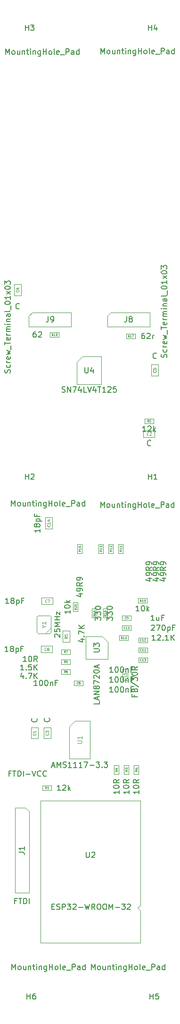
<source format=gbr>
%TF.GenerationSoftware,KiCad,Pcbnew,6.0.6-3a73a75311~116~ubuntu20.04.1*%
%TF.CreationDate,2022-07-20T09:27:06+02:00*%
%TF.ProjectId,MCH-light,4d43482d-6c69-4676-9874-2e6b69636164,rev?*%
%TF.SameCoordinates,Original*%
%TF.FileFunction,AssemblyDrawing,Top*%
%FSLAX46Y46*%
G04 Gerber Fmt 4.6, Leading zero omitted, Abs format (unit mm)*
G04 Created by KiCad (PCBNEW 6.0.6-3a73a75311~116~ubuntu20.04.1) date 2022-07-20 09:27:06*
%MOMM*%
%LPD*%
G01*
G04 APERTURE LIST*
%ADD10C,0.150000*%
%ADD11C,0.060000*%
%ADD12C,0.080000*%
%ADD13C,0.120000*%
%ADD14C,0.105000*%
%ADD15C,0.100000*%
G04 APERTURE END LIST*
D10*
%TO.C,R4*%
X135072380Y-158424476D02*
X135072380Y-158995904D01*
X135072380Y-158710190D02*
X134072380Y-158710190D01*
X134215238Y-158805428D01*
X134310476Y-158900666D01*
X134358095Y-158995904D01*
X134072380Y-157805428D02*
X134072380Y-157710190D01*
X134120000Y-157614952D01*
X134167619Y-157567333D01*
X134262857Y-157519714D01*
X134453333Y-157472095D01*
X134691428Y-157472095D01*
X134881904Y-157519714D01*
X134977142Y-157567333D01*
X135024761Y-157614952D01*
X135072380Y-157710190D01*
X135072380Y-157805428D01*
X135024761Y-157900666D01*
X134977142Y-157948285D01*
X134881904Y-157995904D01*
X134691428Y-158043523D01*
X134453333Y-158043523D01*
X134262857Y-157995904D01*
X134167619Y-157948285D01*
X134120000Y-157900666D01*
X134072380Y-157805428D01*
X135072380Y-156472095D02*
X134596190Y-156805428D01*
X135072380Y-157043523D02*
X134072380Y-157043523D01*
X134072380Y-156662571D01*
X134120000Y-156567333D01*
X134167619Y-156519714D01*
X134262857Y-156472095D01*
X134405714Y-156472095D01*
X134500952Y-156519714D01*
X134548571Y-156567333D01*
X134596190Y-156662571D01*
X134596190Y-157043523D01*
D11*
X134800952Y-154752666D02*
X134610476Y-154886000D01*
X134800952Y-154981238D02*
X134400952Y-154981238D01*
X134400952Y-154828857D01*
X134420000Y-154790761D01*
X134439047Y-154771714D01*
X134477142Y-154752666D01*
X134534285Y-154752666D01*
X134572380Y-154771714D01*
X134591428Y-154790761D01*
X134610476Y-154828857D01*
X134610476Y-154981238D01*
X134534285Y-154409809D02*
X134800952Y-154409809D01*
X134381904Y-154505047D02*
X134667619Y-154600285D01*
X134667619Y-154352666D01*
D10*
%TO.C,C6*%
X115160571Y-133548380D02*
X114589142Y-133548380D01*
X114874857Y-133548380D02*
X114874857Y-132548380D01*
X114779619Y-132691238D01*
X114684380Y-132786476D01*
X114589142Y-132834095D01*
X115732000Y-132976952D02*
X115636761Y-132929333D01*
X115589142Y-132881714D01*
X115541523Y-132786476D01*
X115541523Y-132738857D01*
X115589142Y-132643619D01*
X115636761Y-132596000D01*
X115732000Y-132548380D01*
X115922476Y-132548380D01*
X116017714Y-132596000D01*
X116065333Y-132643619D01*
X116112952Y-132738857D01*
X116112952Y-132786476D01*
X116065333Y-132881714D01*
X116017714Y-132929333D01*
X115922476Y-132976952D01*
X115732000Y-132976952D01*
X115636761Y-133024571D01*
X115589142Y-133072190D01*
X115541523Y-133167428D01*
X115541523Y-133357904D01*
X115589142Y-133453142D01*
X115636761Y-133500761D01*
X115732000Y-133548380D01*
X115922476Y-133548380D01*
X116017714Y-133500761D01*
X116065333Y-133453142D01*
X116112952Y-133357904D01*
X116112952Y-133167428D01*
X116065333Y-133072190D01*
X116017714Y-133024571D01*
X115922476Y-132976952D01*
X116541523Y-132881714D02*
X116541523Y-133881714D01*
X116541523Y-132929333D02*
X116636761Y-132881714D01*
X116827238Y-132881714D01*
X116922476Y-132929333D01*
X116970095Y-132976952D01*
X117017714Y-133072190D01*
X117017714Y-133357904D01*
X116970095Y-133453142D01*
X116922476Y-133500761D01*
X116827238Y-133548380D01*
X116636761Y-133548380D01*
X116541523Y-133500761D01*
X117779619Y-133024571D02*
X117446285Y-133024571D01*
X117446285Y-133548380D02*
X117446285Y-132548380D01*
X117922476Y-132548380D01*
D12*
X121990666Y-133274571D02*
X121966857Y-133298380D01*
X121895428Y-133322190D01*
X121847809Y-133322190D01*
X121776380Y-133298380D01*
X121728761Y-133250761D01*
X121704952Y-133203142D01*
X121681142Y-133107904D01*
X121681142Y-133036476D01*
X121704952Y-132941238D01*
X121728761Y-132893619D01*
X121776380Y-132846000D01*
X121847809Y-132822190D01*
X121895428Y-132822190D01*
X121966857Y-132846000D01*
X121990666Y-132869809D01*
X122419238Y-132822190D02*
X122324000Y-132822190D01*
X122276380Y-132846000D01*
X122252571Y-132869809D01*
X122204952Y-132941238D01*
X122181142Y-133036476D01*
X122181142Y-133226952D01*
X122204952Y-133274571D01*
X122228761Y-133298380D01*
X122276380Y-133322190D01*
X122371619Y-133322190D01*
X122419238Y-133298380D01*
X122443047Y-133274571D01*
X122466857Y-133226952D01*
X122466857Y-133107904D01*
X122443047Y-133060285D01*
X122419238Y-133036476D01*
X122371619Y-133012666D01*
X122276380Y-133012666D01*
X122228761Y-133036476D01*
X122204952Y-133060285D01*
X122181142Y-133107904D01*
D10*
%TO.C,C10*%
X140882952Y-128833619D02*
X140930571Y-128786000D01*
X141025809Y-128738380D01*
X141263904Y-128738380D01*
X141359142Y-128786000D01*
X141406761Y-128833619D01*
X141454380Y-128928857D01*
X141454380Y-129024095D01*
X141406761Y-129166952D01*
X140835333Y-129738380D01*
X141454380Y-129738380D01*
X141787714Y-128738380D02*
X142454380Y-128738380D01*
X142025809Y-129738380D01*
X143025809Y-128738380D02*
X143121047Y-128738380D01*
X143216285Y-128786000D01*
X143263904Y-128833619D01*
X143311523Y-128928857D01*
X143359142Y-129119333D01*
X143359142Y-129357428D01*
X143311523Y-129547904D01*
X143263904Y-129643142D01*
X143216285Y-129690761D01*
X143121047Y-129738380D01*
X143025809Y-129738380D01*
X142930571Y-129690761D01*
X142882952Y-129643142D01*
X142835333Y-129547904D01*
X142787714Y-129357428D01*
X142787714Y-129119333D01*
X142835333Y-128928857D01*
X142882952Y-128833619D01*
X142930571Y-128786000D01*
X143025809Y-128738380D01*
X143787714Y-129071714D02*
X143787714Y-130071714D01*
X143787714Y-129119333D02*
X143882952Y-129071714D01*
X144073428Y-129071714D01*
X144168666Y-129119333D01*
X144216285Y-129166952D01*
X144263904Y-129262190D01*
X144263904Y-129547904D01*
X144216285Y-129643142D01*
X144168666Y-129690761D01*
X144073428Y-129738380D01*
X143882952Y-129738380D01*
X143787714Y-129690761D01*
X145025809Y-129214571D02*
X144692476Y-129214571D01*
X144692476Y-129738380D02*
X144692476Y-128738380D01*
X145168666Y-128738380D01*
D11*
X136140857Y-129428857D02*
X136121809Y-129447904D01*
X136064666Y-129466952D01*
X136026571Y-129466952D01*
X135969428Y-129447904D01*
X135931333Y-129409809D01*
X135912285Y-129371714D01*
X135893238Y-129295523D01*
X135893238Y-129238380D01*
X135912285Y-129162190D01*
X135931333Y-129124095D01*
X135969428Y-129086000D01*
X136026571Y-129066952D01*
X136064666Y-129066952D01*
X136121809Y-129086000D01*
X136140857Y-129105047D01*
X136521809Y-129466952D02*
X136293238Y-129466952D01*
X136407523Y-129466952D02*
X136407523Y-129066952D01*
X136369428Y-129124095D01*
X136331333Y-129162190D01*
X136293238Y-129181238D01*
X136769428Y-129066952D02*
X136807523Y-129066952D01*
X136845619Y-129086000D01*
X136864666Y-129105047D01*
X136883714Y-129143142D01*
X136902761Y-129219333D01*
X136902761Y-129314571D01*
X136883714Y-129390761D01*
X136864666Y-129428857D01*
X136845619Y-129447904D01*
X136807523Y-129466952D01*
X136769428Y-129466952D01*
X136731333Y-129447904D01*
X136712285Y-129428857D01*
X136693238Y-129390761D01*
X136674190Y-129314571D01*
X136674190Y-129219333D01*
X136693238Y-129143142D01*
X136712285Y-129105047D01*
X136731333Y-129086000D01*
X136769428Y-129066952D01*
D10*
%TO.C,J1*%
X116650809Y-178237571D02*
X116317476Y-178237571D01*
X116317476Y-178761380D02*
X116317476Y-177761380D01*
X116793666Y-177761380D01*
X117031761Y-177761380D02*
X117603190Y-177761380D01*
X117317476Y-178761380D02*
X117317476Y-177761380D01*
X117936523Y-178761380D02*
X117936523Y-177761380D01*
X118174619Y-177761380D01*
X118317476Y-177809000D01*
X118412714Y-177904238D01*
X118460333Y-177999476D01*
X118507952Y-178189952D01*
X118507952Y-178332809D01*
X118460333Y-178523285D01*
X118412714Y-178618523D01*
X118317476Y-178713761D01*
X118174619Y-178761380D01*
X117936523Y-178761380D01*
X118936523Y-178761380D02*
X118936523Y-177761380D01*
X117079380Y-169522333D02*
X117793666Y-169522333D01*
X117936523Y-169569952D01*
X118031761Y-169665190D01*
X118079380Y-169808047D01*
X118079380Y-169903285D01*
X118079380Y-168522333D02*
X118079380Y-169093761D01*
X118079380Y-168808047D02*
X117079380Y-168808047D01*
X117222238Y-168903285D01*
X117317476Y-168998523D01*
X117365095Y-169093761D01*
%TO.C,C13*%
X133984380Y-140816380D02*
X133412952Y-140816380D01*
X133698666Y-140816380D02*
X133698666Y-139816380D01*
X133603428Y-139959238D01*
X133508190Y-140054476D01*
X133412952Y-140102095D01*
X134603428Y-139816380D02*
X134698666Y-139816380D01*
X134793904Y-139864000D01*
X134841523Y-139911619D01*
X134889142Y-140006857D01*
X134936761Y-140197333D01*
X134936761Y-140435428D01*
X134889142Y-140625904D01*
X134841523Y-140721142D01*
X134793904Y-140768761D01*
X134698666Y-140816380D01*
X134603428Y-140816380D01*
X134508190Y-140768761D01*
X134460571Y-140721142D01*
X134412952Y-140625904D01*
X134365333Y-140435428D01*
X134365333Y-140197333D01*
X134412952Y-140006857D01*
X134460571Y-139911619D01*
X134508190Y-139864000D01*
X134603428Y-139816380D01*
X135555809Y-139816380D02*
X135651047Y-139816380D01*
X135746285Y-139864000D01*
X135793904Y-139911619D01*
X135841523Y-140006857D01*
X135889142Y-140197333D01*
X135889142Y-140435428D01*
X135841523Y-140625904D01*
X135793904Y-140721142D01*
X135746285Y-140768761D01*
X135651047Y-140816380D01*
X135555809Y-140816380D01*
X135460571Y-140768761D01*
X135412952Y-140721142D01*
X135365333Y-140625904D01*
X135317714Y-140435428D01*
X135317714Y-140197333D01*
X135365333Y-140006857D01*
X135412952Y-139911619D01*
X135460571Y-139864000D01*
X135555809Y-139816380D01*
X136317714Y-140149714D02*
X136317714Y-140816380D01*
X136317714Y-140244952D02*
X136365333Y-140197333D01*
X136460571Y-140149714D01*
X136603428Y-140149714D01*
X136698666Y-140197333D01*
X136746285Y-140292571D01*
X136746285Y-140816380D01*
X137555809Y-140292571D02*
X137222476Y-140292571D01*
X137222476Y-140816380D02*
X137222476Y-139816380D01*
X137698666Y-139816380D01*
D11*
X139084857Y-135172857D02*
X139065809Y-135191904D01*
X139008666Y-135210952D01*
X138970571Y-135210952D01*
X138913428Y-135191904D01*
X138875333Y-135153809D01*
X138856285Y-135115714D01*
X138837238Y-135039523D01*
X138837238Y-134982380D01*
X138856285Y-134906190D01*
X138875333Y-134868095D01*
X138913428Y-134830000D01*
X138970571Y-134810952D01*
X139008666Y-134810952D01*
X139065809Y-134830000D01*
X139084857Y-134849047D01*
X139465809Y-135210952D02*
X139237238Y-135210952D01*
X139351523Y-135210952D02*
X139351523Y-134810952D01*
X139313428Y-134868095D01*
X139275333Y-134906190D01*
X139237238Y-134925238D01*
X139599142Y-134810952D02*
X139846761Y-134810952D01*
X139713428Y-134963333D01*
X139770571Y-134963333D01*
X139808666Y-134982380D01*
X139827714Y-135001428D01*
X139846761Y-135039523D01*
X139846761Y-135134761D01*
X139827714Y-135172857D01*
X139808666Y-135191904D01*
X139770571Y-135210952D01*
X139656285Y-135210952D01*
X139618190Y-135191904D01*
X139599142Y-135172857D01*
D10*
%TO.C,C4*%
X117149523Y-71985142D02*
X117101904Y-72032761D01*
X116959047Y-72080380D01*
X116863809Y-72080380D01*
X116720952Y-72032761D01*
X116625714Y-71937523D01*
X116578095Y-71842285D01*
X116530476Y-71651809D01*
X116530476Y-71508952D01*
X116578095Y-71318476D01*
X116625714Y-71223238D01*
X116720952Y-71128000D01*
X116863809Y-71080380D01*
X116959047Y-71080380D01*
X117101904Y-71128000D01*
X117149523Y-71175619D01*
D12*
X117018571Y-68729333D02*
X117042380Y-68753142D01*
X117066190Y-68824571D01*
X117066190Y-68872190D01*
X117042380Y-68943619D01*
X116994761Y-68991238D01*
X116947142Y-69015047D01*
X116851904Y-69038857D01*
X116780476Y-69038857D01*
X116685238Y-69015047D01*
X116637619Y-68991238D01*
X116590000Y-68943619D01*
X116566190Y-68872190D01*
X116566190Y-68824571D01*
X116590000Y-68753142D01*
X116613809Y-68729333D01*
X116732857Y-68300761D02*
X117066190Y-68300761D01*
X116542380Y-68419809D02*
X116899523Y-68538857D01*
X116899523Y-68229333D01*
D10*
%TO.C,C7*%
X115260571Y-124912380D02*
X114689142Y-124912380D01*
X114974857Y-124912380D02*
X114974857Y-123912380D01*
X114879619Y-124055238D01*
X114784380Y-124150476D01*
X114689142Y-124198095D01*
X115832000Y-124340952D02*
X115736761Y-124293333D01*
X115689142Y-124245714D01*
X115641523Y-124150476D01*
X115641523Y-124102857D01*
X115689142Y-124007619D01*
X115736761Y-123960000D01*
X115832000Y-123912380D01*
X116022476Y-123912380D01*
X116117714Y-123960000D01*
X116165333Y-124007619D01*
X116212952Y-124102857D01*
X116212952Y-124150476D01*
X116165333Y-124245714D01*
X116117714Y-124293333D01*
X116022476Y-124340952D01*
X115832000Y-124340952D01*
X115736761Y-124388571D01*
X115689142Y-124436190D01*
X115641523Y-124531428D01*
X115641523Y-124721904D01*
X115689142Y-124817142D01*
X115736761Y-124864761D01*
X115832000Y-124912380D01*
X116022476Y-124912380D01*
X116117714Y-124864761D01*
X116165333Y-124817142D01*
X116212952Y-124721904D01*
X116212952Y-124531428D01*
X116165333Y-124436190D01*
X116117714Y-124388571D01*
X116022476Y-124340952D01*
X116641523Y-124245714D02*
X116641523Y-125245714D01*
X116641523Y-124293333D02*
X116736761Y-124245714D01*
X116927238Y-124245714D01*
X117022476Y-124293333D01*
X117070095Y-124340952D01*
X117117714Y-124436190D01*
X117117714Y-124721904D01*
X117070095Y-124817142D01*
X117022476Y-124864761D01*
X116927238Y-124912380D01*
X116736761Y-124912380D01*
X116641523Y-124864761D01*
X117879619Y-124388571D02*
X117546285Y-124388571D01*
X117546285Y-124912380D02*
X117546285Y-123912380D01*
X118022476Y-123912380D01*
D12*
X122090666Y-124638571D02*
X122066857Y-124662380D01*
X121995428Y-124686190D01*
X121947809Y-124686190D01*
X121876380Y-124662380D01*
X121828761Y-124614761D01*
X121804952Y-124567142D01*
X121781142Y-124471904D01*
X121781142Y-124400476D01*
X121804952Y-124305238D01*
X121828761Y-124257619D01*
X121876380Y-124210000D01*
X121947809Y-124186190D01*
X121995428Y-124186190D01*
X122066857Y-124210000D01*
X122090666Y-124233809D01*
X122257333Y-124186190D02*
X122590666Y-124186190D01*
X122376380Y-124686190D01*
D10*
%TO.C,R1*%
X124563761Y-158440380D02*
X123992333Y-158440380D01*
X124278047Y-158440380D02*
X124278047Y-157440380D01*
X124182809Y-157583238D01*
X124087571Y-157678476D01*
X123992333Y-157726095D01*
X124944714Y-157535619D02*
X124992333Y-157488000D01*
X125087571Y-157440380D01*
X125325666Y-157440380D01*
X125420904Y-157488000D01*
X125468523Y-157535619D01*
X125516142Y-157630857D01*
X125516142Y-157726095D01*
X125468523Y-157868952D01*
X124897095Y-158440380D01*
X125516142Y-158440380D01*
X125944714Y-158440380D02*
X125944714Y-157440380D01*
X126039952Y-158059428D02*
X126325666Y-158440380D01*
X126325666Y-157773714D02*
X125944714Y-158154666D01*
D11*
X122044333Y-158168952D02*
X121911000Y-157978476D01*
X121815761Y-158168952D02*
X121815761Y-157768952D01*
X121968142Y-157768952D01*
X122006238Y-157788000D01*
X122025285Y-157807047D01*
X122044333Y-157845142D01*
X122044333Y-157902285D01*
X122025285Y-157940380D01*
X122006238Y-157959428D01*
X121968142Y-157978476D01*
X121815761Y-157978476D01*
X122425285Y-158168952D02*
X122196714Y-158168952D01*
X122311000Y-158168952D02*
X122311000Y-157768952D01*
X122272904Y-157826095D01*
X122234809Y-157864190D01*
X122196714Y-157883238D01*
D10*
%TO.C,C5*%
X141787523Y-80875142D02*
X141739904Y-80922761D01*
X141597047Y-80970380D01*
X141501809Y-80970380D01*
X141358952Y-80922761D01*
X141263714Y-80827523D01*
X141216095Y-80732285D01*
X141168476Y-80541809D01*
X141168476Y-80398952D01*
X141216095Y-80208476D01*
X141263714Y-80113238D01*
X141358952Y-80018000D01*
X141501809Y-79970380D01*
X141597047Y-79970380D01*
X141739904Y-80018000D01*
X141787523Y-80065619D01*
D12*
X141656571Y-83141333D02*
X141680380Y-83165142D01*
X141704190Y-83236571D01*
X141704190Y-83284190D01*
X141680380Y-83355619D01*
X141632761Y-83403238D01*
X141585142Y-83427047D01*
X141489904Y-83450857D01*
X141418476Y-83450857D01*
X141323238Y-83427047D01*
X141275619Y-83403238D01*
X141228000Y-83355619D01*
X141204190Y-83284190D01*
X141204190Y-83236571D01*
X141228000Y-83165142D01*
X141251809Y-83141333D01*
X141204190Y-82688952D02*
X141204190Y-82927047D01*
X141442285Y-82950857D01*
X141418476Y-82927047D01*
X141394666Y-82879428D01*
X141394666Y-82760380D01*
X141418476Y-82712761D01*
X141442285Y-82688952D01*
X141489904Y-82665142D01*
X141608952Y-82665142D01*
X141656571Y-82688952D01*
X141680380Y-82712761D01*
X141704190Y-82760380D01*
X141704190Y-82879428D01*
X141680380Y-82927047D01*
X141656571Y-82950857D01*
D10*
%TO.C,R3*%
X136850380Y-158424476D02*
X136850380Y-158995904D01*
X136850380Y-158710190D02*
X135850380Y-158710190D01*
X135993238Y-158805428D01*
X136088476Y-158900666D01*
X136136095Y-158995904D01*
X135850380Y-157805428D02*
X135850380Y-157710190D01*
X135898000Y-157614952D01*
X135945619Y-157567333D01*
X136040857Y-157519714D01*
X136231333Y-157472095D01*
X136469428Y-157472095D01*
X136659904Y-157519714D01*
X136755142Y-157567333D01*
X136802761Y-157614952D01*
X136850380Y-157710190D01*
X136850380Y-157805428D01*
X136802761Y-157900666D01*
X136755142Y-157948285D01*
X136659904Y-157995904D01*
X136469428Y-158043523D01*
X136231333Y-158043523D01*
X136040857Y-157995904D01*
X135945619Y-157948285D01*
X135898000Y-157900666D01*
X135850380Y-157805428D01*
X136850380Y-156472095D02*
X136374190Y-156805428D01*
X136850380Y-157043523D02*
X135850380Y-157043523D01*
X135850380Y-156662571D01*
X135898000Y-156567333D01*
X135945619Y-156519714D01*
X136040857Y-156472095D01*
X136183714Y-156472095D01*
X136278952Y-156519714D01*
X136326571Y-156567333D01*
X136374190Y-156662571D01*
X136374190Y-157043523D01*
D11*
X136578952Y-154752666D02*
X136388476Y-154886000D01*
X136578952Y-154981238D02*
X136178952Y-154981238D01*
X136178952Y-154828857D01*
X136198000Y-154790761D01*
X136217047Y-154771714D01*
X136255142Y-154752666D01*
X136312285Y-154752666D01*
X136350380Y-154771714D01*
X136369428Y-154790761D01*
X136388476Y-154828857D01*
X136388476Y-154981238D01*
X136178952Y-154619333D02*
X136178952Y-154371714D01*
X136331333Y-154505047D01*
X136331333Y-154447904D01*
X136350380Y-154409809D01*
X136369428Y-154390761D01*
X136407523Y-154371714D01*
X136502761Y-154371714D01*
X136540857Y-154390761D01*
X136559904Y-154409809D01*
X136578952Y-154447904D01*
X136578952Y-154562190D01*
X136559904Y-154600285D01*
X136540857Y-154619333D01*
D10*
%TO.C,H1*%
X131790571Y-107668380D02*
X131790571Y-106668380D01*
X132123904Y-107382666D01*
X132457238Y-106668380D01*
X132457238Y-107668380D01*
X133076285Y-107668380D02*
X132981047Y-107620761D01*
X132933428Y-107573142D01*
X132885809Y-107477904D01*
X132885809Y-107192190D01*
X132933428Y-107096952D01*
X132981047Y-107049333D01*
X133076285Y-107001714D01*
X133219142Y-107001714D01*
X133314380Y-107049333D01*
X133362000Y-107096952D01*
X133409619Y-107192190D01*
X133409619Y-107477904D01*
X133362000Y-107573142D01*
X133314380Y-107620761D01*
X133219142Y-107668380D01*
X133076285Y-107668380D01*
X134266761Y-107001714D02*
X134266761Y-107668380D01*
X133838190Y-107001714D02*
X133838190Y-107525523D01*
X133885809Y-107620761D01*
X133981047Y-107668380D01*
X134123904Y-107668380D01*
X134219142Y-107620761D01*
X134266761Y-107573142D01*
X134742952Y-107001714D02*
X134742952Y-107668380D01*
X134742952Y-107096952D02*
X134790571Y-107049333D01*
X134885809Y-107001714D01*
X135028666Y-107001714D01*
X135123904Y-107049333D01*
X135171523Y-107144571D01*
X135171523Y-107668380D01*
X135504857Y-107001714D02*
X135885809Y-107001714D01*
X135647714Y-106668380D02*
X135647714Y-107525523D01*
X135695333Y-107620761D01*
X135790571Y-107668380D01*
X135885809Y-107668380D01*
X136219142Y-107668380D02*
X136219142Y-107001714D01*
X136219142Y-106668380D02*
X136171523Y-106716000D01*
X136219142Y-106763619D01*
X136266761Y-106716000D01*
X136219142Y-106668380D01*
X136219142Y-106763619D01*
X136695333Y-107001714D02*
X136695333Y-107668380D01*
X136695333Y-107096952D02*
X136742952Y-107049333D01*
X136838190Y-107001714D01*
X136981047Y-107001714D01*
X137076285Y-107049333D01*
X137123904Y-107144571D01*
X137123904Y-107668380D01*
X138028666Y-107001714D02*
X138028666Y-107811238D01*
X137981047Y-107906476D01*
X137933428Y-107954095D01*
X137838190Y-108001714D01*
X137695333Y-108001714D01*
X137600095Y-107954095D01*
X138028666Y-107620761D02*
X137933428Y-107668380D01*
X137742952Y-107668380D01*
X137647714Y-107620761D01*
X137600095Y-107573142D01*
X137552476Y-107477904D01*
X137552476Y-107192190D01*
X137600095Y-107096952D01*
X137647714Y-107049333D01*
X137742952Y-107001714D01*
X137933428Y-107001714D01*
X138028666Y-107049333D01*
X138504857Y-107668380D02*
X138504857Y-106668380D01*
X138504857Y-107144571D02*
X139076285Y-107144571D01*
X139076285Y-107668380D02*
X139076285Y-106668380D01*
X139695333Y-107668380D02*
X139600095Y-107620761D01*
X139552476Y-107573142D01*
X139504857Y-107477904D01*
X139504857Y-107192190D01*
X139552476Y-107096952D01*
X139600095Y-107049333D01*
X139695333Y-107001714D01*
X139838190Y-107001714D01*
X139933428Y-107049333D01*
X139981047Y-107096952D01*
X140028666Y-107192190D01*
X140028666Y-107477904D01*
X139981047Y-107573142D01*
X139933428Y-107620761D01*
X139838190Y-107668380D01*
X139695333Y-107668380D01*
X140600095Y-107668380D02*
X140504857Y-107620761D01*
X140457238Y-107525523D01*
X140457238Y-106668380D01*
X141362000Y-107620761D02*
X141266761Y-107668380D01*
X141076285Y-107668380D01*
X140981047Y-107620761D01*
X140933428Y-107525523D01*
X140933428Y-107144571D01*
X140981047Y-107049333D01*
X141076285Y-107001714D01*
X141266761Y-107001714D01*
X141362000Y-107049333D01*
X141409619Y-107144571D01*
X141409619Y-107239809D01*
X140933428Y-107335047D01*
X141600095Y-107763619D02*
X142362000Y-107763619D01*
X142600095Y-107668380D02*
X142600095Y-106668380D01*
X142981047Y-106668380D01*
X143076285Y-106716000D01*
X143123904Y-106763619D01*
X143171523Y-106858857D01*
X143171523Y-107001714D01*
X143123904Y-107096952D01*
X143076285Y-107144571D01*
X142981047Y-107192190D01*
X142600095Y-107192190D01*
X144028666Y-107668380D02*
X144028666Y-107144571D01*
X143981047Y-107049333D01*
X143885809Y-107001714D01*
X143695333Y-107001714D01*
X143600095Y-107049333D01*
X144028666Y-107620761D02*
X143933428Y-107668380D01*
X143695333Y-107668380D01*
X143600095Y-107620761D01*
X143552476Y-107525523D01*
X143552476Y-107430285D01*
X143600095Y-107335047D01*
X143695333Y-107287428D01*
X143933428Y-107287428D01*
X144028666Y-107239809D01*
X144933428Y-107668380D02*
X144933428Y-106668380D01*
X144933428Y-107620761D02*
X144838190Y-107668380D01*
X144647714Y-107668380D01*
X144552476Y-107620761D01*
X144504857Y-107573142D01*
X144457238Y-107477904D01*
X144457238Y-107192190D01*
X144504857Y-107096952D01*
X144552476Y-107049333D01*
X144647714Y-107001714D01*
X144838190Y-107001714D01*
X144933428Y-107049333D01*
X140342095Y-102649397D02*
X140342095Y-101649397D01*
X140342095Y-102125588D02*
X140913523Y-102125588D01*
X140913523Y-102649397D02*
X140913523Y-101649397D01*
X141913523Y-102649397D02*
X141342095Y-102649397D01*
X141627809Y-102649397D02*
X141627809Y-101649397D01*
X141532571Y-101792255D01*
X141437333Y-101887493D01*
X141342095Y-101935112D01*
%TO.C,J8*%
X143616761Y-80752095D02*
X143664380Y-80609238D01*
X143664380Y-80371142D01*
X143616761Y-80275904D01*
X143569142Y-80228285D01*
X143473904Y-80180666D01*
X143378666Y-80180666D01*
X143283428Y-80228285D01*
X143235809Y-80275904D01*
X143188190Y-80371142D01*
X143140571Y-80561619D01*
X143092952Y-80656857D01*
X143045333Y-80704476D01*
X142950095Y-80752095D01*
X142854857Y-80752095D01*
X142759619Y-80704476D01*
X142712000Y-80656857D01*
X142664380Y-80561619D01*
X142664380Y-80323523D01*
X142712000Y-80180666D01*
X143616761Y-79323523D02*
X143664380Y-79418761D01*
X143664380Y-79609238D01*
X143616761Y-79704476D01*
X143569142Y-79752095D01*
X143473904Y-79799714D01*
X143188190Y-79799714D01*
X143092952Y-79752095D01*
X143045333Y-79704476D01*
X142997714Y-79609238D01*
X142997714Y-79418761D01*
X143045333Y-79323523D01*
X143664380Y-78894952D02*
X142997714Y-78894952D01*
X143188190Y-78894952D02*
X143092952Y-78847333D01*
X143045333Y-78799714D01*
X142997714Y-78704476D01*
X142997714Y-78609238D01*
X143616761Y-77894952D02*
X143664380Y-77990190D01*
X143664380Y-78180666D01*
X143616761Y-78275904D01*
X143521523Y-78323523D01*
X143140571Y-78323523D01*
X143045333Y-78275904D01*
X142997714Y-78180666D01*
X142997714Y-77990190D01*
X143045333Y-77894952D01*
X143140571Y-77847333D01*
X143235809Y-77847333D01*
X143331047Y-78323523D01*
X142997714Y-77514000D02*
X143664380Y-77323523D01*
X143188190Y-77133047D01*
X143664380Y-76942571D01*
X142997714Y-76752095D01*
X143759619Y-76609238D02*
X143759619Y-75847333D01*
X142664380Y-75752095D02*
X142664380Y-75180666D01*
X143664380Y-75466380D02*
X142664380Y-75466380D01*
X143616761Y-74466380D02*
X143664380Y-74561619D01*
X143664380Y-74752095D01*
X143616761Y-74847333D01*
X143521523Y-74894952D01*
X143140571Y-74894952D01*
X143045333Y-74847333D01*
X142997714Y-74752095D01*
X142997714Y-74561619D01*
X143045333Y-74466380D01*
X143140571Y-74418761D01*
X143235809Y-74418761D01*
X143331047Y-74894952D01*
X143664380Y-73990190D02*
X142997714Y-73990190D01*
X143188190Y-73990190D02*
X143092952Y-73942571D01*
X143045333Y-73894952D01*
X142997714Y-73799714D01*
X142997714Y-73704476D01*
X143664380Y-73371142D02*
X142997714Y-73371142D01*
X143092952Y-73371142D02*
X143045333Y-73323523D01*
X142997714Y-73228285D01*
X142997714Y-73085428D01*
X143045333Y-72990190D01*
X143140571Y-72942571D01*
X143664380Y-72942571D01*
X143140571Y-72942571D02*
X143045333Y-72894952D01*
X142997714Y-72799714D01*
X142997714Y-72656857D01*
X143045333Y-72561619D01*
X143140571Y-72514000D01*
X143664380Y-72514000D01*
X143664380Y-72037809D02*
X142997714Y-72037809D01*
X142664380Y-72037809D02*
X142712000Y-72085428D01*
X142759619Y-72037809D01*
X142712000Y-71990190D01*
X142664380Y-72037809D01*
X142759619Y-72037809D01*
X142997714Y-71561619D02*
X143664380Y-71561619D01*
X143092952Y-71561619D02*
X143045333Y-71514000D01*
X142997714Y-71418761D01*
X142997714Y-71275904D01*
X143045333Y-71180666D01*
X143140571Y-71133047D01*
X143664380Y-71133047D01*
X143664380Y-70228285D02*
X143140571Y-70228285D01*
X143045333Y-70275904D01*
X142997714Y-70371142D01*
X142997714Y-70561619D01*
X143045333Y-70656857D01*
X143616761Y-70228285D02*
X143664380Y-70323523D01*
X143664380Y-70561619D01*
X143616761Y-70656857D01*
X143521523Y-70704476D01*
X143426285Y-70704476D01*
X143331047Y-70656857D01*
X143283428Y-70561619D01*
X143283428Y-70323523D01*
X143235809Y-70228285D01*
X143664380Y-69609238D02*
X143616761Y-69704476D01*
X143521523Y-69752095D01*
X142664380Y-69752095D01*
X143759619Y-69466380D02*
X143759619Y-68704476D01*
X142664380Y-68275904D02*
X142664380Y-68180666D01*
X142712000Y-68085428D01*
X142759619Y-68037809D01*
X142854857Y-67990190D01*
X143045333Y-67942571D01*
X143283428Y-67942571D01*
X143473904Y-67990190D01*
X143569142Y-68037809D01*
X143616761Y-68085428D01*
X143664380Y-68180666D01*
X143664380Y-68275904D01*
X143616761Y-68371142D01*
X143569142Y-68418761D01*
X143473904Y-68466380D01*
X143283428Y-68514000D01*
X143045333Y-68514000D01*
X142854857Y-68466380D01*
X142759619Y-68418761D01*
X142712000Y-68371142D01*
X142664380Y-68275904D01*
X143664380Y-66990190D02*
X143664380Y-67561619D01*
X143664380Y-67275904D02*
X142664380Y-67275904D01*
X142807238Y-67371142D01*
X142902476Y-67466380D01*
X142950095Y-67561619D01*
X143664380Y-66656857D02*
X142997714Y-66133047D01*
X142997714Y-66656857D02*
X143664380Y-66133047D01*
X142664380Y-65561619D02*
X142664380Y-65466380D01*
X142712000Y-65371142D01*
X142759619Y-65323523D01*
X142854857Y-65275904D01*
X143045333Y-65228285D01*
X143283428Y-65228285D01*
X143473904Y-65275904D01*
X143569142Y-65323523D01*
X143616761Y-65371142D01*
X143664380Y-65466380D01*
X143664380Y-65561619D01*
X143616761Y-65656857D01*
X143569142Y-65704476D01*
X143473904Y-65752095D01*
X143283428Y-65799714D01*
X143045333Y-65799714D01*
X142854857Y-65752095D01*
X142759619Y-65704476D01*
X142712000Y-65656857D01*
X142664380Y-65561619D01*
X142664380Y-64894952D02*
X142664380Y-64275904D01*
X143045333Y-64609238D01*
X143045333Y-64466380D01*
X143092952Y-64371142D01*
X143140571Y-64323523D01*
X143235809Y-64275904D01*
X143473904Y-64275904D01*
X143569142Y-64323523D01*
X143616761Y-64371142D01*
X143664380Y-64466380D01*
X143664380Y-64752095D01*
X143616761Y-64847333D01*
X143569142Y-64894952D01*
X136444486Y-73430397D02*
X136444486Y-74144683D01*
X136396867Y-74287540D01*
X136301629Y-74382778D01*
X136158772Y-74430397D01*
X136063534Y-74430397D01*
X137063534Y-73858969D02*
X136968296Y-73811350D01*
X136920677Y-73763731D01*
X136873058Y-73668493D01*
X136873058Y-73620874D01*
X136920677Y-73525636D01*
X136968296Y-73478017D01*
X137063534Y-73430397D01*
X137254010Y-73430397D01*
X137349248Y-73478017D01*
X137396867Y-73525636D01*
X137444486Y-73620874D01*
X137444486Y-73668493D01*
X137396867Y-73763731D01*
X137349248Y-73811350D01*
X137254010Y-73858969D01*
X137063534Y-73858969D01*
X136968296Y-73906588D01*
X136920677Y-73954207D01*
X136873058Y-74049445D01*
X136873058Y-74239921D01*
X136920677Y-74335159D01*
X136968296Y-74382778D01*
X137063534Y-74430397D01*
X137254010Y-74430397D01*
X137349248Y-74382778D01*
X137396867Y-74335159D01*
X137444486Y-74239921D01*
X137444486Y-74049445D01*
X137396867Y-73954207D01*
X137349248Y-73906588D01*
X137254010Y-73858969D01*
%TO.C,R6*%
X138628380Y-158424476D02*
X138628380Y-158995904D01*
X138628380Y-158710190D02*
X137628380Y-158710190D01*
X137771238Y-158805428D01*
X137866476Y-158900666D01*
X137914095Y-158995904D01*
X137628380Y-157805428D02*
X137628380Y-157710190D01*
X137676000Y-157614952D01*
X137723619Y-157567333D01*
X137818857Y-157519714D01*
X138009333Y-157472095D01*
X138247428Y-157472095D01*
X138437904Y-157519714D01*
X138533142Y-157567333D01*
X138580761Y-157614952D01*
X138628380Y-157710190D01*
X138628380Y-157805428D01*
X138580761Y-157900666D01*
X138533142Y-157948285D01*
X138437904Y-157995904D01*
X138247428Y-158043523D01*
X138009333Y-158043523D01*
X137818857Y-157995904D01*
X137723619Y-157948285D01*
X137676000Y-157900666D01*
X137628380Y-157805428D01*
X138628380Y-156472095D02*
X138152190Y-156805428D01*
X138628380Y-157043523D02*
X137628380Y-157043523D01*
X137628380Y-156662571D01*
X137676000Y-156567333D01*
X137723619Y-156519714D01*
X137818857Y-156472095D01*
X137961714Y-156472095D01*
X138056952Y-156519714D01*
X138104571Y-156567333D01*
X138152190Y-156662571D01*
X138152190Y-157043523D01*
D11*
X138356952Y-154752666D02*
X138166476Y-154886000D01*
X138356952Y-154981238D02*
X137956952Y-154981238D01*
X137956952Y-154828857D01*
X137976000Y-154790761D01*
X137995047Y-154771714D01*
X138033142Y-154752666D01*
X138090285Y-154752666D01*
X138128380Y-154771714D01*
X138147428Y-154790761D01*
X138166476Y-154828857D01*
X138166476Y-154981238D01*
X137956952Y-154409809D02*
X137956952Y-154486000D01*
X137976000Y-154524095D01*
X137995047Y-154543142D01*
X138052190Y-154581238D01*
X138128380Y-154600285D01*
X138280761Y-154600285D01*
X138318857Y-154581238D01*
X138337904Y-154562190D01*
X138356952Y-154524095D01*
X138356952Y-154447904D01*
X138337904Y-154409809D01*
X138318857Y-154390761D01*
X138280761Y-154371714D01*
X138185523Y-154371714D01*
X138147428Y-154390761D01*
X138128380Y-154409809D01*
X138109333Y-154447904D01*
X138109333Y-154524095D01*
X138128380Y-154562190D01*
X138147428Y-154581238D01*
X138185523Y-154600285D01*
D10*
%TO.C,C14*%
X120848380Y-111561428D02*
X120848380Y-112132857D01*
X120848380Y-111847142D02*
X119848380Y-111847142D01*
X119991238Y-111942380D01*
X120086476Y-112037619D01*
X120134095Y-112132857D01*
X120276952Y-110990000D02*
X120229333Y-111085238D01*
X120181714Y-111132857D01*
X120086476Y-111180476D01*
X120038857Y-111180476D01*
X119943619Y-111132857D01*
X119896000Y-111085238D01*
X119848380Y-110990000D01*
X119848380Y-110799523D01*
X119896000Y-110704285D01*
X119943619Y-110656666D01*
X120038857Y-110609047D01*
X120086476Y-110609047D01*
X120181714Y-110656666D01*
X120229333Y-110704285D01*
X120276952Y-110799523D01*
X120276952Y-110990000D01*
X120324571Y-111085238D01*
X120372190Y-111132857D01*
X120467428Y-111180476D01*
X120657904Y-111180476D01*
X120753142Y-111132857D01*
X120800761Y-111085238D01*
X120848380Y-110990000D01*
X120848380Y-110799523D01*
X120800761Y-110704285D01*
X120753142Y-110656666D01*
X120657904Y-110609047D01*
X120467428Y-110609047D01*
X120372190Y-110656666D01*
X120324571Y-110704285D01*
X120276952Y-110799523D01*
X120181714Y-110180476D02*
X121181714Y-110180476D01*
X120229333Y-110180476D02*
X120181714Y-110085238D01*
X120181714Y-109894761D01*
X120229333Y-109799523D01*
X120276952Y-109751904D01*
X120372190Y-109704285D01*
X120657904Y-109704285D01*
X120753142Y-109751904D01*
X120800761Y-109799523D01*
X120848380Y-109894761D01*
X120848380Y-110085238D01*
X120800761Y-110180476D01*
X120324571Y-108942380D02*
X120324571Y-109275714D01*
X120848380Y-109275714D02*
X119848380Y-109275714D01*
X119848380Y-108799523D01*
D12*
X122606571Y-110811428D02*
X122630380Y-110835238D01*
X122654190Y-110906666D01*
X122654190Y-110954285D01*
X122630380Y-111025714D01*
X122582761Y-111073333D01*
X122535142Y-111097142D01*
X122439904Y-111120952D01*
X122368476Y-111120952D01*
X122273238Y-111097142D01*
X122225619Y-111073333D01*
X122178000Y-111025714D01*
X122154190Y-110954285D01*
X122154190Y-110906666D01*
X122178000Y-110835238D01*
X122201809Y-110811428D01*
X122654190Y-110335238D02*
X122654190Y-110620952D01*
X122654190Y-110478095D02*
X122154190Y-110478095D01*
X122225619Y-110525714D01*
X122273238Y-110573333D01*
X122297047Y-110620952D01*
X122320857Y-109906666D02*
X122654190Y-109906666D01*
X122130380Y-110025714D02*
X122487523Y-110144761D01*
X122487523Y-109835238D01*
D10*
%TO.C,JP1*%
X115594190Y-155376571D02*
X115260857Y-155376571D01*
X115260857Y-155900380D02*
X115260857Y-154900380D01*
X115737047Y-154900380D01*
X115975142Y-154900380D02*
X116546571Y-154900380D01*
X116260857Y-155900380D02*
X116260857Y-154900380D01*
X116879904Y-155900380D02*
X116879904Y-154900380D01*
X117118000Y-154900380D01*
X117260857Y-154948000D01*
X117356095Y-155043238D01*
X117403714Y-155138476D01*
X117451333Y-155328952D01*
X117451333Y-155471809D01*
X117403714Y-155662285D01*
X117356095Y-155757523D01*
X117260857Y-155852761D01*
X117118000Y-155900380D01*
X116879904Y-155900380D01*
X117879904Y-155900380D02*
X117879904Y-154900380D01*
X118356095Y-155519428D02*
X119118000Y-155519428D01*
X119451333Y-154900380D02*
X119784666Y-155900380D01*
X120118000Y-154900380D01*
X121022761Y-155805142D02*
X120975142Y-155852761D01*
X120832285Y-155900380D01*
X120737047Y-155900380D01*
X120594190Y-155852761D01*
X120498952Y-155757523D01*
X120451333Y-155662285D01*
X120403714Y-155471809D01*
X120403714Y-155328952D01*
X120451333Y-155138476D01*
X120498952Y-155043238D01*
X120594190Y-154948000D01*
X120737047Y-154900380D01*
X120832285Y-154900380D01*
X120975142Y-154948000D01*
X121022761Y-154995619D01*
X122022761Y-155805142D02*
X121975142Y-155852761D01*
X121832285Y-155900380D01*
X121737047Y-155900380D01*
X121594190Y-155852761D01*
X121498952Y-155757523D01*
X121451333Y-155662285D01*
X121403714Y-155471809D01*
X121403714Y-155328952D01*
X121451333Y-155138476D01*
X121498952Y-155043238D01*
X121594190Y-154948000D01*
X121737047Y-154900380D01*
X121832285Y-154900380D01*
X121975142Y-154948000D01*
X122022761Y-154995619D01*
%TO.C,U3*%
X131516380Y-142422190D02*
X131516380Y-142898380D01*
X130516380Y-142898380D01*
X131230666Y-142136476D02*
X131230666Y-141660285D01*
X131516380Y-142231714D02*
X130516380Y-141898380D01*
X131516380Y-141565047D01*
X131516380Y-141231714D02*
X130516380Y-141231714D01*
X131516380Y-140660285D01*
X130516380Y-140660285D01*
X130944952Y-140041238D02*
X130897333Y-140136476D01*
X130849714Y-140184095D01*
X130754476Y-140231714D01*
X130706857Y-140231714D01*
X130611619Y-140184095D01*
X130564000Y-140136476D01*
X130516380Y-140041238D01*
X130516380Y-139850761D01*
X130564000Y-139755523D01*
X130611619Y-139707904D01*
X130706857Y-139660285D01*
X130754476Y-139660285D01*
X130849714Y-139707904D01*
X130897333Y-139755523D01*
X130944952Y-139850761D01*
X130944952Y-140041238D01*
X130992571Y-140136476D01*
X131040190Y-140184095D01*
X131135428Y-140231714D01*
X131325904Y-140231714D01*
X131421142Y-140184095D01*
X131468761Y-140136476D01*
X131516380Y-140041238D01*
X131516380Y-139850761D01*
X131468761Y-139755523D01*
X131421142Y-139707904D01*
X131325904Y-139660285D01*
X131135428Y-139660285D01*
X131040190Y-139707904D01*
X130992571Y-139755523D01*
X130944952Y-139850761D01*
X130516380Y-139326952D02*
X130516380Y-138660285D01*
X131516380Y-139088857D01*
X130611619Y-138326952D02*
X130564000Y-138279333D01*
X130516380Y-138184095D01*
X130516380Y-137946000D01*
X130564000Y-137850761D01*
X130611619Y-137803142D01*
X130706857Y-137755523D01*
X130802095Y-137755523D01*
X130944952Y-137803142D01*
X131516380Y-138374571D01*
X131516380Y-137755523D01*
X130516380Y-137136476D02*
X130516380Y-137041238D01*
X130564000Y-136946000D01*
X130611619Y-136898380D01*
X130706857Y-136850761D01*
X130897333Y-136803142D01*
X131135428Y-136803142D01*
X131325904Y-136850761D01*
X131421142Y-136898380D01*
X131468761Y-136946000D01*
X131516380Y-137041238D01*
X131516380Y-137136476D01*
X131468761Y-137231714D01*
X131421142Y-137279333D01*
X131325904Y-137326952D01*
X131135428Y-137374571D01*
X130897333Y-137374571D01*
X130706857Y-137326952D01*
X130611619Y-137279333D01*
X130564000Y-137231714D01*
X130516380Y-137136476D01*
X131230666Y-136422190D02*
X131230666Y-135946000D01*
X131516380Y-136517428D02*
X130516380Y-136184095D01*
X131516380Y-135850761D01*
X130516380Y-133603904D02*
X131325904Y-133603904D01*
X131421142Y-133556285D01*
X131468761Y-133508666D01*
X131516380Y-133413428D01*
X131516380Y-133222952D01*
X131468761Y-133127714D01*
X131421142Y-133080095D01*
X131325904Y-133032476D01*
X130516380Y-133032476D01*
X130516380Y-132651523D02*
X130516380Y-132032476D01*
X130897333Y-132365809D01*
X130897333Y-132222952D01*
X130944952Y-132127714D01*
X130992571Y-132080095D01*
X131087809Y-132032476D01*
X131325904Y-132032476D01*
X131421142Y-132080095D01*
X131468761Y-132127714D01*
X131516380Y-132222952D01*
X131516380Y-132508666D01*
X131468761Y-132603904D01*
X131421142Y-132651523D01*
%TO.C,U1*%
X123016000Y-154018666D02*
X123492190Y-154018666D01*
X122920761Y-154304380D02*
X123254095Y-153304380D01*
X123587428Y-154304380D01*
X123920761Y-154304380D02*
X123920761Y-153304380D01*
X124254095Y-154018666D01*
X124587428Y-153304380D01*
X124587428Y-154304380D01*
X125016000Y-154256761D02*
X125158857Y-154304380D01*
X125396952Y-154304380D01*
X125492190Y-154256761D01*
X125539809Y-154209142D01*
X125587428Y-154113904D01*
X125587428Y-154018666D01*
X125539809Y-153923428D01*
X125492190Y-153875809D01*
X125396952Y-153828190D01*
X125206476Y-153780571D01*
X125111238Y-153732952D01*
X125063619Y-153685333D01*
X125016000Y-153590095D01*
X125016000Y-153494857D01*
X125063619Y-153399619D01*
X125111238Y-153352000D01*
X125206476Y-153304380D01*
X125444571Y-153304380D01*
X125587428Y-153352000D01*
X126539809Y-154304380D02*
X125968380Y-154304380D01*
X126254095Y-154304380D02*
X126254095Y-153304380D01*
X126158857Y-153447238D01*
X126063619Y-153542476D01*
X125968380Y-153590095D01*
X127492190Y-154304380D02*
X126920761Y-154304380D01*
X127206476Y-154304380D02*
X127206476Y-153304380D01*
X127111238Y-153447238D01*
X127016000Y-153542476D01*
X126920761Y-153590095D01*
X128444571Y-154304380D02*
X127873142Y-154304380D01*
X128158857Y-154304380D02*
X128158857Y-153304380D01*
X128063619Y-153447238D01*
X127968380Y-153542476D01*
X127873142Y-153590095D01*
X128777904Y-153304380D02*
X129444571Y-153304380D01*
X129016000Y-154304380D01*
X129825523Y-153923428D02*
X130587428Y-153923428D01*
X130968380Y-153304380D02*
X131587428Y-153304380D01*
X131254095Y-153685333D01*
X131396952Y-153685333D01*
X131492190Y-153732952D01*
X131539809Y-153780571D01*
X131587428Y-153875809D01*
X131587428Y-154113904D01*
X131539809Y-154209142D01*
X131492190Y-154256761D01*
X131396952Y-154304380D01*
X131111238Y-154304380D01*
X131016000Y-154256761D01*
X130968380Y-154209142D01*
X132016000Y-154209142D02*
X132063619Y-154256761D01*
X132016000Y-154304380D01*
X131968380Y-154256761D01*
X132016000Y-154209142D01*
X132016000Y-154304380D01*
X132396952Y-153304380D02*
X133016000Y-153304380D01*
X132682666Y-153685333D01*
X132825523Y-153685333D01*
X132920761Y-153732952D01*
X132968380Y-153780571D01*
X133016000Y-153875809D01*
X133016000Y-154113904D01*
X132968380Y-154209142D01*
X132920761Y-154256761D01*
X132825523Y-154304380D01*
X132539809Y-154304380D01*
X132444571Y-154256761D01*
X132396952Y-154209142D01*
D13*
X127577904Y-149961523D02*
X128225523Y-149961523D01*
X128301714Y-149923428D01*
X128339809Y-149885333D01*
X128377904Y-149809142D01*
X128377904Y-149656761D01*
X128339809Y-149580571D01*
X128301714Y-149542476D01*
X128225523Y-149504380D01*
X127577904Y-149504380D01*
X128377904Y-148704380D02*
X128377904Y-149161523D01*
X128377904Y-148932952D02*
X127577904Y-148932952D01*
X127692190Y-149009142D01*
X127768380Y-149085333D01*
X127806476Y-149161523D01*
D10*
%TO.C,R15*%
X130786380Y-127931714D02*
X130786380Y-127312666D01*
X131167333Y-127646000D01*
X131167333Y-127503142D01*
X131214952Y-127407904D01*
X131262571Y-127360285D01*
X131357809Y-127312666D01*
X131595904Y-127312666D01*
X131691142Y-127360285D01*
X131738761Y-127407904D01*
X131786380Y-127503142D01*
X131786380Y-127788857D01*
X131738761Y-127884095D01*
X131691142Y-127931714D01*
X130786380Y-126979333D02*
X130786380Y-126360285D01*
X131167333Y-126693619D01*
X131167333Y-126550761D01*
X131214952Y-126455523D01*
X131262571Y-126407904D01*
X131357809Y-126360285D01*
X131595904Y-126360285D01*
X131691142Y-126407904D01*
X131738761Y-126455523D01*
X131786380Y-126550761D01*
X131786380Y-126836476D01*
X131738761Y-126931714D01*
X131691142Y-126979333D01*
X130786380Y-125741238D02*
X130786380Y-125646000D01*
X130834000Y-125550761D01*
X130881619Y-125503142D01*
X130976857Y-125455523D01*
X131167333Y-125407904D01*
X131405428Y-125407904D01*
X131595904Y-125455523D01*
X131691142Y-125503142D01*
X131738761Y-125550761D01*
X131786380Y-125646000D01*
X131786380Y-125741238D01*
X131738761Y-125836476D01*
X131691142Y-125884095D01*
X131595904Y-125931714D01*
X131405428Y-125979333D01*
X131167333Y-125979333D01*
X130976857Y-125931714D01*
X130881619Y-125884095D01*
X130834000Y-125836476D01*
X130786380Y-125741238D01*
D11*
X132784952Y-126903142D02*
X132594476Y-127036476D01*
X132784952Y-127131714D02*
X132384952Y-127131714D01*
X132384952Y-126979333D01*
X132404000Y-126941238D01*
X132423047Y-126922190D01*
X132461142Y-126903142D01*
X132518285Y-126903142D01*
X132556380Y-126922190D01*
X132575428Y-126941238D01*
X132594476Y-126979333D01*
X132594476Y-127131714D01*
X132784952Y-126522190D02*
X132784952Y-126750761D01*
X132784952Y-126636476D02*
X132384952Y-126636476D01*
X132442095Y-126674571D01*
X132480190Y-126712666D01*
X132499238Y-126750761D01*
X132384952Y-126160285D02*
X132384952Y-126350761D01*
X132575428Y-126369809D01*
X132556380Y-126350761D01*
X132537333Y-126312666D01*
X132537333Y-126217428D01*
X132556380Y-126179333D01*
X132575428Y-126160285D01*
X132613523Y-126141238D01*
X132708761Y-126141238D01*
X132746857Y-126160285D01*
X132765904Y-126179333D01*
X132784952Y-126217428D01*
X132784952Y-126312666D01*
X132765904Y-126350761D01*
X132746857Y-126369809D01*
D10*
%TO.C,H5*%
X130132571Y-190567397D02*
X130132571Y-189567397D01*
X130465904Y-190281683D01*
X130799238Y-189567397D01*
X130799238Y-190567397D01*
X131418285Y-190567397D02*
X131323047Y-190519778D01*
X131275428Y-190472159D01*
X131227809Y-190376921D01*
X131227809Y-190091207D01*
X131275428Y-189995969D01*
X131323047Y-189948350D01*
X131418285Y-189900731D01*
X131561142Y-189900731D01*
X131656380Y-189948350D01*
X131704000Y-189995969D01*
X131751619Y-190091207D01*
X131751619Y-190376921D01*
X131704000Y-190472159D01*
X131656380Y-190519778D01*
X131561142Y-190567397D01*
X131418285Y-190567397D01*
X132608761Y-189900731D02*
X132608761Y-190567397D01*
X132180190Y-189900731D02*
X132180190Y-190424540D01*
X132227809Y-190519778D01*
X132323047Y-190567397D01*
X132465904Y-190567397D01*
X132561142Y-190519778D01*
X132608761Y-190472159D01*
X133084952Y-189900731D02*
X133084952Y-190567397D01*
X133084952Y-189995969D02*
X133132571Y-189948350D01*
X133227809Y-189900731D01*
X133370666Y-189900731D01*
X133465904Y-189948350D01*
X133513523Y-190043588D01*
X133513523Y-190567397D01*
X133846857Y-189900731D02*
X134227809Y-189900731D01*
X133989714Y-189567397D02*
X133989714Y-190424540D01*
X134037333Y-190519778D01*
X134132571Y-190567397D01*
X134227809Y-190567397D01*
X134561142Y-190567397D02*
X134561142Y-189900731D01*
X134561142Y-189567397D02*
X134513523Y-189615017D01*
X134561142Y-189662636D01*
X134608761Y-189615017D01*
X134561142Y-189567397D01*
X134561142Y-189662636D01*
X135037333Y-189900731D02*
X135037333Y-190567397D01*
X135037333Y-189995969D02*
X135084952Y-189948350D01*
X135180190Y-189900731D01*
X135323047Y-189900731D01*
X135418285Y-189948350D01*
X135465904Y-190043588D01*
X135465904Y-190567397D01*
X136370666Y-189900731D02*
X136370666Y-190710255D01*
X136323047Y-190805493D01*
X136275428Y-190853112D01*
X136180190Y-190900731D01*
X136037333Y-190900731D01*
X135942095Y-190853112D01*
X136370666Y-190519778D02*
X136275428Y-190567397D01*
X136084952Y-190567397D01*
X135989714Y-190519778D01*
X135942095Y-190472159D01*
X135894476Y-190376921D01*
X135894476Y-190091207D01*
X135942095Y-189995969D01*
X135989714Y-189948350D01*
X136084952Y-189900731D01*
X136275428Y-189900731D01*
X136370666Y-189948350D01*
X136846857Y-190567397D02*
X136846857Y-189567397D01*
X136846857Y-190043588D02*
X137418285Y-190043588D01*
X137418285Y-190567397D02*
X137418285Y-189567397D01*
X138037333Y-190567397D02*
X137942095Y-190519778D01*
X137894476Y-190472159D01*
X137846857Y-190376921D01*
X137846857Y-190091207D01*
X137894476Y-189995969D01*
X137942095Y-189948350D01*
X138037333Y-189900731D01*
X138180190Y-189900731D01*
X138275428Y-189948350D01*
X138323047Y-189995969D01*
X138370666Y-190091207D01*
X138370666Y-190376921D01*
X138323047Y-190472159D01*
X138275428Y-190519778D01*
X138180190Y-190567397D01*
X138037333Y-190567397D01*
X138942095Y-190567397D02*
X138846857Y-190519778D01*
X138799238Y-190424540D01*
X138799238Y-189567397D01*
X139704000Y-190519778D02*
X139608761Y-190567397D01*
X139418285Y-190567397D01*
X139323047Y-190519778D01*
X139275428Y-190424540D01*
X139275428Y-190043588D01*
X139323047Y-189948350D01*
X139418285Y-189900731D01*
X139608761Y-189900731D01*
X139704000Y-189948350D01*
X139751619Y-190043588D01*
X139751619Y-190138826D01*
X139275428Y-190234064D01*
X139942095Y-190662636D02*
X140704000Y-190662636D01*
X140942095Y-190567397D02*
X140942095Y-189567397D01*
X141323047Y-189567397D01*
X141418285Y-189615017D01*
X141465904Y-189662636D01*
X141513523Y-189757874D01*
X141513523Y-189900731D01*
X141465904Y-189995969D01*
X141418285Y-190043588D01*
X141323047Y-190091207D01*
X140942095Y-190091207D01*
X142370666Y-190567397D02*
X142370666Y-190043588D01*
X142323047Y-189948350D01*
X142227809Y-189900731D01*
X142037333Y-189900731D01*
X141942095Y-189948350D01*
X142370666Y-190519778D02*
X142275428Y-190567397D01*
X142037333Y-190567397D01*
X141942095Y-190519778D01*
X141894476Y-190424540D01*
X141894476Y-190329302D01*
X141942095Y-190234064D01*
X142037333Y-190186445D01*
X142275428Y-190186445D01*
X142370666Y-190138826D01*
X143275428Y-190567397D02*
X143275428Y-189567397D01*
X143275428Y-190519778D02*
X143180190Y-190567397D01*
X142989714Y-190567397D01*
X142894476Y-190519778D01*
X142846857Y-190472159D01*
X142799238Y-190376921D01*
X142799238Y-190091207D01*
X142846857Y-189995969D01*
X142894476Y-189948350D01*
X142989714Y-189900731D01*
X143180190Y-189900731D01*
X143275428Y-189948350D01*
X140642095Y-195867397D02*
X140642095Y-194867397D01*
X140642095Y-195343588D02*
X141213523Y-195343588D01*
X141213523Y-195867397D02*
X141213523Y-194867397D01*
X142165904Y-194867397D02*
X141689714Y-194867397D01*
X141642095Y-195343588D01*
X141689714Y-195295969D01*
X141784952Y-195248350D01*
X142023047Y-195248350D01*
X142118285Y-195295969D01*
X142165904Y-195343588D01*
X142213523Y-195438826D01*
X142213523Y-195676921D01*
X142165904Y-195772159D01*
X142118285Y-195819778D01*
X142023047Y-195867397D01*
X141784952Y-195867397D01*
X141689714Y-195819778D01*
X141642095Y-195772159D01*
%TO.C,C1*%
X120245142Y-145526476D02*
X120292761Y-145574095D01*
X120340380Y-145716952D01*
X120340380Y-145812190D01*
X120292761Y-145955047D01*
X120197523Y-146050285D01*
X120102285Y-146097904D01*
X119911809Y-146145523D01*
X119768952Y-146145523D01*
X119578476Y-146097904D01*
X119483238Y-146050285D01*
X119388000Y-145955047D01*
X119340380Y-145812190D01*
X119340380Y-145716952D01*
X119388000Y-145574095D01*
X119435619Y-145526476D01*
D12*
X120066571Y-148205333D02*
X120090380Y-148229142D01*
X120114190Y-148300571D01*
X120114190Y-148348190D01*
X120090380Y-148419619D01*
X120042761Y-148467238D01*
X119995142Y-148491047D01*
X119899904Y-148514857D01*
X119828476Y-148514857D01*
X119733238Y-148491047D01*
X119685619Y-148467238D01*
X119638000Y-148419619D01*
X119614190Y-148348190D01*
X119614190Y-148300571D01*
X119638000Y-148229142D01*
X119661809Y-148205333D01*
X120114190Y-147729142D02*
X120114190Y-148014857D01*
X120114190Y-147872000D02*
X119614190Y-147872000D01*
X119685619Y-147919619D01*
X119733238Y-147967238D01*
X119757047Y-148014857D01*
D10*
%TO.C,R19*%
X138694761Y-126262380D02*
X138123333Y-126262380D01*
X138409047Y-126262380D02*
X138409047Y-125262380D01*
X138313809Y-125405238D01*
X138218571Y-125500476D01*
X138123333Y-125548095D01*
X139313809Y-125262380D02*
X139409047Y-125262380D01*
X139504285Y-125310000D01*
X139551904Y-125357619D01*
X139599523Y-125452857D01*
X139647142Y-125643333D01*
X139647142Y-125881428D01*
X139599523Y-126071904D01*
X139551904Y-126167142D01*
X139504285Y-126214761D01*
X139409047Y-126262380D01*
X139313809Y-126262380D01*
X139218571Y-126214761D01*
X139170952Y-126167142D01*
X139123333Y-126071904D01*
X139075714Y-125881428D01*
X139075714Y-125643333D01*
X139123333Y-125452857D01*
X139170952Y-125357619D01*
X139218571Y-125310000D01*
X139313809Y-125262380D01*
X140075714Y-126262380D02*
X140075714Y-125262380D01*
X140170952Y-125881428D02*
X140456666Y-126262380D01*
X140456666Y-125595714D02*
X140075714Y-125976666D01*
D11*
X139032857Y-124560952D02*
X138899523Y-124370476D01*
X138804285Y-124560952D02*
X138804285Y-124160952D01*
X138956666Y-124160952D01*
X138994761Y-124180000D01*
X139013809Y-124199047D01*
X139032857Y-124237142D01*
X139032857Y-124294285D01*
X139013809Y-124332380D01*
X138994761Y-124351428D01*
X138956666Y-124370476D01*
X138804285Y-124370476D01*
X139413809Y-124560952D02*
X139185238Y-124560952D01*
X139299523Y-124560952D02*
X139299523Y-124160952D01*
X139261428Y-124218095D01*
X139223333Y-124256190D01*
X139185238Y-124275238D01*
X139604285Y-124560952D02*
X139680476Y-124560952D01*
X139718571Y-124541904D01*
X139737619Y-124522857D01*
X139775714Y-124465714D01*
X139794761Y-124389523D01*
X139794761Y-124237142D01*
X139775714Y-124199047D01*
X139756666Y-124180000D01*
X139718571Y-124160952D01*
X139642380Y-124160952D01*
X139604285Y-124180000D01*
X139585238Y-124199047D01*
X139566190Y-124237142D01*
X139566190Y-124332380D01*
X139585238Y-124370476D01*
X139604285Y-124389523D01*
X139642380Y-124408571D01*
X139718571Y-124408571D01*
X139756666Y-124389523D01*
X139775714Y-124370476D01*
X139794761Y-124332380D01*
D10*
%TO.C,R13*%
X140247714Y-120387904D02*
X140914380Y-120387904D01*
X139866761Y-120626000D02*
X140581047Y-120864095D01*
X140581047Y-120245047D01*
X140914380Y-119816476D02*
X140914380Y-119626000D01*
X140866761Y-119530761D01*
X140819142Y-119483142D01*
X140676285Y-119387904D01*
X140485809Y-119340285D01*
X140104857Y-119340285D01*
X140009619Y-119387904D01*
X139962000Y-119435523D01*
X139914380Y-119530761D01*
X139914380Y-119721238D01*
X139962000Y-119816476D01*
X140009619Y-119864095D01*
X140104857Y-119911714D01*
X140342952Y-119911714D01*
X140438190Y-119864095D01*
X140485809Y-119816476D01*
X140533428Y-119721238D01*
X140533428Y-119530761D01*
X140485809Y-119435523D01*
X140438190Y-119387904D01*
X140342952Y-119340285D01*
X140914380Y-118340285D02*
X140438190Y-118673619D01*
X140914380Y-118911714D02*
X139914380Y-118911714D01*
X139914380Y-118530761D01*
X139962000Y-118435523D01*
X140009619Y-118387904D01*
X140104857Y-118340285D01*
X140247714Y-118340285D01*
X140342952Y-118387904D01*
X140390571Y-118435523D01*
X140438190Y-118530761D01*
X140438190Y-118911714D01*
X140914380Y-117864095D02*
X140914380Y-117673619D01*
X140866761Y-117578380D01*
X140819142Y-117530761D01*
X140676285Y-117435523D01*
X140485809Y-117387904D01*
X140104857Y-117387904D01*
X140009619Y-117435523D01*
X139962000Y-117483142D01*
X139914380Y-117578380D01*
X139914380Y-117768857D01*
X139962000Y-117864095D01*
X140009619Y-117911714D01*
X140104857Y-117959333D01*
X140342952Y-117959333D01*
X140438190Y-117911714D01*
X140485809Y-117864095D01*
X140533428Y-117768857D01*
X140533428Y-117578380D01*
X140485809Y-117483142D01*
X140438190Y-117435523D01*
X140342952Y-117387904D01*
D11*
X132006952Y-115319142D02*
X131816476Y-115452476D01*
X132006952Y-115547714D02*
X131606952Y-115547714D01*
X131606952Y-115395333D01*
X131626000Y-115357238D01*
X131645047Y-115338190D01*
X131683142Y-115319142D01*
X131740285Y-115319142D01*
X131778380Y-115338190D01*
X131797428Y-115357238D01*
X131816476Y-115395333D01*
X131816476Y-115547714D01*
X132006952Y-114938190D02*
X132006952Y-115166761D01*
X132006952Y-115052476D02*
X131606952Y-115052476D01*
X131664095Y-115090571D01*
X131702190Y-115128666D01*
X131721238Y-115166761D01*
X131606952Y-114804857D02*
X131606952Y-114557238D01*
X131759333Y-114690571D01*
X131759333Y-114633428D01*
X131778380Y-114595333D01*
X131797428Y-114576285D01*
X131835523Y-114557238D01*
X131930761Y-114557238D01*
X131968857Y-114576285D01*
X131987904Y-114595333D01*
X132006952Y-114633428D01*
X132006952Y-114747714D01*
X131987904Y-114785809D01*
X131968857Y-114804857D01*
D10*
%TO.C,C2*%
X140771523Y-96525142D02*
X140723904Y-96572761D01*
X140581047Y-96620380D01*
X140485809Y-96620380D01*
X140342952Y-96572761D01*
X140247714Y-96477523D01*
X140200095Y-96382285D01*
X140152476Y-96191809D01*
X140152476Y-96048952D01*
X140200095Y-95858476D01*
X140247714Y-95763238D01*
X140342952Y-95668000D01*
X140485809Y-95620380D01*
X140581047Y-95620380D01*
X140723904Y-95668000D01*
X140771523Y-95715619D01*
D12*
X140378666Y-94666571D02*
X140354857Y-94690380D01*
X140283428Y-94714190D01*
X140235809Y-94714190D01*
X140164380Y-94690380D01*
X140116761Y-94642761D01*
X140092952Y-94595142D01*
X140069142Y-94499904D01*
X140069142Y-94428476D01*
X140092952Y-94333238D01*
X140116761Y-94285619D01*
X140164380Y-94238000D01*
X140235809Y-94214190D01*
X140283428Y-94214190D01*
X140354857Y-94238000D01*
X140378666Y-94261809D01*
X140569142Y-94261809D02*
X140592952Y-94238000D01*
X140640571Y-94214190D01*
X140759619Y-94214190D01*
X140807238Y-94238000D01*
X140831047Y-94261809D01*
X140854857Y-94309428D01*
X140854857Y-94357047D01*
X140831047Y-94428476D01*
X140545333Y-94714190D01*
X140854857Y-94714190D01*
D10*
%TO.C,R18*%
X120110285Y-76160380D02*
X119919809Y-76160380D01*
X119824571Y-76208000D01*
X119776952Y-76255619D01*
X119681714Y-76398476D01*
X119634095Y-76588952D01*
X119634095Y-76969904D01*
X119681714Y-77065142D01*
X119729333Y-77112761D01*
X119824571Y-77160380D01*
X120015047Y-77160380D01*
X120110285Y-77112761D01*
X120157904Y-77065142D01*
X120205523Y-76969904D01*
X120205523Y-76731809D01*
X120157904Y-76636571D01*
X120110285Y-76588952D01*
X120015047Y-76541333D01*
X119824571Y-76541333D01*
X119729333Y-76588952D01*
X119681714Y-76636571D01*
X119634095Y-76731809D01*
X120586476Y-76255619D02*
X120634095Y-76208000D01*
X120729333Y-76160380D01*
X120967428Y-76160380D01*
X121062666Y-76208000D01*
X121110285Y-76255619D01*
X121157904Y-76350857D01*
X121157904Y-76446095D01*
X121110285Y-76588952D01*
X120538857Y-77160380D01*
X121157904Y-77160380D01*
D11*
X123186857Y-76888952D02*
X123053523Y-76698476D01*
X122958285Y-76888952D02*
X122958285Y-76488952D01*
X123110666Y-76488952D01*
X123148761Y-76508000D01*
X123167809Y-76527047D01*
X123186857Y-76565142D01*
X123186857Y-76622285D01*
X123167809Y-76660380D01*
X123148761Y-76679428D01*
X123110666Y-76698476D01*
X122958285Y-76698476D01*
X123567809Y-76888952D02*
X123339238Y-76888952D01*
X123453523Y-76888952D02*
X123453523Y-76488952D01*
X123415428Y-76546095D01*
X123377333Y-76584190D01*
X123339238Y-76603238D01*
X123796380Y-76660380D02*
X123758285Y-76641333D01*
X123739238Y-76622285D01*
X123720190Y-76584190D01*
X123720190Y-76565142D01*
X123739238Y-76527047D01*
X123758285Y-76508000D01*
X123796380Y-76488952D01*
X123872571Y-76488952D01*
X123910666Y-76508000D01*
X123929714Y-76527047D01*
X123948761Y-76565142D01*
X123948761Y-76584190D01*
X123929714Y-76622285D01*
X123910666Y-76641333D01*
X123872571Y-76660380D01*
X123796380Y-76660380D01*
X123758285Y-76679428D01*
X123739238Y-76698476D01*
X123720190Y-76736571D01*
X123720190Y-76812761D01*
X123739238Y-76850857D01*
X123758285Y-76869904D01*
X123796380Y-76888952D01*
X123872571Y-76888952D01*
X123910666Y-76869904D01*
X123929714Y-76850857D01*
X123948761Y-76812761D01*
X123948761Y-76736571D01*
X123929714Y-76698476D01*
X123910666Y-76679428D01*
X123872571Y-76660380D01*
D10*
%TO.C,R20*%
X126272380Y-126125238D02*
X126272380Y-126696666D01*
X126272380Y-126410952D02*
X125272380Y-126410952D01*
X125415238Y-126506190D01*
X125510476Y-126601428D01*
X125558095Y-126696666D01*
X125272380Y-125506190D02*
X125272380Y-125410952D01*
X125320000Y-125315714D01*
X125367619Y-125268095D01*
X125462857Y-125220476D01*
X125653333Y-125172857D01*
X125891428Y-125172857D01*
X126081904Y-125220476D01*
X126177142Y-125268095D01*
X126224761Y-125315714D01*
X126272380Y-125410952D01*
X126272380Y-125506190D01*
X126224761Y-125601428D01*
X126177142Y-125649047D01*
X126081904Y-125696666D01*
X125891428Y-125744285D01*
X125653333Y-125744285D01*
X125462857Y-125696666D01*
X125367619Y-125649047D01*
X125320000Y-125601428D01*
X125272380Y-125506190D01*
X126272380Y-124744285D02*
X125272380Y-124744285D01*
X125891428Y-124649047D02*
X126272380Y-124363333D01*
X125605714Y-124363333D02*
X125986666Y-124744285D01*
D11*
X127430952Y-125787142D02*
X127240476Y-125920476D01*
X127430952Y-126015714D02*
X127030952Y-126015714D01*
X127030952Y-125863333D01*
X127050000Y-125825238D01*
X127069047Y-125806190D01*
X127107142Y-125787142D01*
X127164285Y-125787142D01*
X127202380Y-125806190D01*
X127221428Y-125825238D01*
X127240476Y-125863333D01*
X127240476Y-126015714D01*
X127069047Y-125634761D02*
X127050000Y-125615714D01*
X127030952Y-125577619D01*
X127030952Y-125482380D01*
X127050000Y-125444285D01*
X127069047Y-125425238D01*
X127107142Y-125406190D01*
X127145238Y-125406190D01*
X127202380Y-125425238D01*
X127430952Y-125653809D01*
X127430952Y-125406190D01*
X127030952Y-125158571D02*
X127030952Y-125120476D01*
X127050000Y-125082380D01*
X127069047Y-125063333D01*
X127107142Y-125044285D01*
X127183333Y-125025238D01*
X127278571Y-125025238D01*
X127354761Y-125044285D01*
X127392857Y-125063333D01*
X127411904Y-125082380D01*
X127430952Y-125120476D01*
X127430952Y-125158571D01*
X127411904Y-125196666D01*
X127392857Y-125215714D01*
X127354761Y-125234761D01*
X127278571Y-125253809D01*
X127183333Y-125253809D01*
X127107142Y-125234761D01*
X127069047Y-125215714D01*
X127050000Y-125196666D01*
X127030952Y-125158571D01*
D10*
%TO.C,U4*%
X124819047Y-86954761D02*
X124961904Y-87002380D01*
X125200000Y-87002380D01*
X125295238Y-86954761D01*
X125342857Y-86907142D01*
X125390476Y-86811904D01*
X125390476Y-86716666D01*
X125342857Y-86621428D01*
X125295238Y-86573809D01*
X125200000Y-86526190D01*
X125009523Y-86478571D01*
X124914285Y-86430952D01*
X124866666Y-86383333D01*
X124819047Y-86288095D01*
X124819047Y-86192857D01*
X124866666Y-86097619D01*
X124914285Y-86050000D01*
X125009523Y-86002380D01*
X125247619Y-86002380D01*
X125390476Y-86050000D01*
X125819047Y-87002380D02*
X125819047Y-86002380D01*
X126390476Y-87002380D01*
X126390476Y-86002380D01*
X126771428Y-86002380D02*
X127438095Y-86002380D01*
X127009523Y-87002380D01*
X128247619Y-86335714D02*
X128247619Y-87002380D01*
X128009523Y-85954761D02*
X127771428Y-86669047D01*
X128390476Y-86669047D01*
X129247619Y-87002380D02*
X128771428Y-87002380D01*
X128771428Y-86002380D01*
X129438095Y-86002380D02*
X129771428Y-87002380D01*
X130104761Y-86002380D01*
X130866666Y-86335714D02*
X130866666Y-87002380D01*
X130628571Y-85954761D02*
X130390476Y-86669047D01*
X131009523Y-86669047D01*
X131247619Y-86002380D02*
X131819047Y-86002380D01*
X131533333Y-87002380D02*
X131533333Y-86002380D01*
X132676190Y-87002380D02*
X132104761Y-87002380D01*
X132390476Y-87002380D02*
X132390476Y-86002380D01*
X132295238Y-86145238D01*
X132200000Y-86240476D01*
X132104761Y-86288095D01*
X133057142Y-86097619D02*
X133104761Y-86050000D01*
X133200000Y-86002380D01*
X133438095Y-86002380D01*
X133533333Y-86050000D01*
X133580952Y-86097619D01*
X133628571Y-86192857D01*
X133628571Y-86288095D01*
X133580952Y-86430952D01*
X133009523Y-87002380D01*
X133628571Y-87002380D01*
X134533333Y-86002380D02*
X134057142Y-86002380D01*
X134009523Y-86478571D01*
X134057142Y-86430952D01*
X134152380Y-86383333D01*
X134390476Y-86383333D01*
X134485714Y-86430952D01*
X134533333Y-86478571D01*
X134580952Y-86573809D01*
X134580952Y-86811904D01*
X134533333Y-86907142D01*
X134485714Y-86954761D01*
X134390476Y-87002380D01*
X134152380Y-87002380D01*
X134057142Y-86954761D01*
X134009523Y-86907142D01*
X128938095Y-82552380D02*
X128938095Y-83361904D01*
X128985714Y-83457142D01*
X129033333Y-83504761D01*
X129128571Y-83552380D01*
X129319047Y-83552380D01*
X129414285Y-83504761D01*
X129461904Y-83457142D01*
X129509523Y-83361904D01*
X129509523Y-82552380D01*
X130414285Y-82885714D02*
X130414285Y-83552380D01*
X130176190Y-82504761D02*
X129938095Y-83219047D01*
X130557142Y-83219047D01*
%TO.C,R7*%
X118435523Y-135326380D02*
X117864095Y-135326380D01*
X118149809Y-135326380D02*
X118149809Y-134326380D01*
X118054571Y-134469238D01*
X117959333Y-134564476D01*
X117864095Y-134612095D01*
X119054571Y-134326380D02*
X119149809Y-134326380D01*
X119245047Y-134374000D01*
X119292666Y-134421619D01*
X119340285Y-134516857D01*
X119387904Y-134707333D01*
X119387904Y-134945428D01*
X119340285Y-135135904D01*
X119292666Y-135231142D01*
X119245047Y-135278761D01*
X119149809Y-135326380D01*
X119054571Y-135326380D01*
X118959333Y-135278761D01*
X118911714Y-135231142D01*
X118864095Y-135135904D01*
X118816476Y-134945428D01*
X118816476Y-134707333D01*
X118864095Y-134516857D01*
X118911714Y-134421619D01*
X118959333Y-134374000D01*
X119054571Y-134326380D01*
X120387904Y-135326380D02*
X120054571Y-134850190D01*
X119816476Y-135326380D02*
X119816476Y-134326380D01*
X120197428Y-134326380D01*
X120292666Y-134374000D01*
X120340285Y-134421619D01*
X120387904Y-134516857D01*
X120387904Y-134659714D01*
X120340285Y-134754952D01*
X120292666Y-134802571D01*
X120197428Y-134850190D01*
X119816476Y-134850190D01*
D11*
X125409333Y-133784952D02*
X125276000Y-133594476D01*
X125180761Y-133784952D02*
X125180761Y-133384952D01*
X125333142Y-133384952D01*
X125371238Y-133404000D01*
X125390285Y-133423047D01*
X125409333Y-133461142D01*
X125409333Y-133518285D01*
X125390285Y-133556380D01*
X125371238Y-133575428D01*
X125333142Y-133594476D01*
X125180761Y-133594476D01*
X125542666Y-133384952D02*
X125809333Y-133384952D01*
X125637904Y-133784952D01*
D10*
%TO.C,C9*%
X141390761Y-127960380D02*
X140819333Y-127960380D01*
X141105047Y-127960380D02*
X141105047Y-126960380D01*
X141009809Y-127103238D01*
X140914571Y-127198476D01*
X140819333Y-127246095D01*
X142247904Y-127293714D02*
X142247904Y-127960380D01*
X141819333Y-127293714D02*
X141819333Y-127817523D01*
X141866952Y-127912761D01*
X141962190Y-127960380D01*
X142105047Y-127960380D01*
X142200285Y-127912761D01*
X142247904Y-127865142D01*
X143057428Y-127436571D02*
X142724095Y-127436571D01*
X142724095Y-127960380D02*
X142724095Y-126960380D01*
X143200285Y-126960380D01*
D11*
X136331333Y-127650857D02*
X136312285Y-127669904D01*
X136255142Y-127688952D01*
X136217047Y-127688952D01*
X136159904Y-127669904D01*
X136121809Y-127631809D01*
X136102761Y-127593714D01*
X136083714Y-127517523D01*
X136083714Y-127460380D01*
X136102761Y-127384190D01*
X136121809Y-127346095D01*
X136159904Y-127308000D01*
X136217047Y-127288952D01*
X136255142Y-127288952D01*
X136312285Y-127308000D01*
X136331333Y-127327047D01*
X136521809Y-127688952D02*
X136598000Y-127688952D01*
X136636095Y-127669904D01*
X136655142Y-127650857D01*
X136693238Y-127593714D01*
X136712285Y-127517523D01*
X136712285Y-127365142D01*
X136693238Y-127327047D01*
X136674190Y-127308000D01*
X136636095Y-127288952D01*
X136559904Y-127288952D01*
X136521809Y-127308000D01*
X136502761Y-127327047D01*
X136483714Y-127365142D01*
X136483714Y-127460380D01*
X136502761Y-127498476D01*
X136521809Y-127517523D01*
X136559904Y-127536571D01*
X136636095Y-127536571D01*
X136674190Y-127517523D01*
X136693238Y-127498476D01*
X136712285Y-127460380D01*
D10*
%TO.C,C11*%
X133984380Y-139038380D02*
X133412952Y-139038380D01*
X133698666Y-139038380D02*
X133698666Y-138038380D01*
X133603428Y-138181238D01*
X133508190Y-138276476D01*
X133412952Y-138324095D01*
X134603428Y-138038380D02*
X134698666Y-138038380D01*
X134793904Y-138086000D01*
X134841523Y-138133619D01*
X134889142Y-138228857D01*
X134936761Y-138419333D01*
X134936761Y-138657428D01*
X134889142Y-138847904D01*
X134841523Y-138943142D01*
X134793904Y-138990761D01*
X134698666Y-139038380D01*
X134603428Y-139038380D01*
X134508190Y-138990761D01*
X134460571Y-138943142D01*
X134412952Y-138847904D01*
X134365333Y-138657428D01*
X134365333Y-138419333D01*
X134412952Y-138228857D01*
X134460571Y-138133619D01*
X134508190Y-138086000D01*
X134603428Y-138038380D01*
X135555809Y-138038380D02*
X135651047Y-138038380D01*
X135746285Y-138086000D01*
X135793904Y-138133619D01*
X135841523Y-138228857D01*
X135889142Y-138419333D01*
X135889142Y-138657428D01*
X135841523Y-138847904D01*
X135793904Y-138943142D01*
X135746285Y-138990761D01*
X135651047Y-139038380D01*
X135555809Y-139038380D01*
X135460571Y-138990761D01*
X135412952Y-138943142D01*
X135365333Y-138847904D01*
X135317714Y-138657428D01*
X135317714Y-138419333D01*
X135365333Y-138228857D01*
X135412952Y-138133619D01*
X135460571Y-138086000D01*
X135555809Y-138038380D01*
X136317714Y-138371714D02*
X136317714Y-139038380D01*
X136317714Y-138466952D02*
X136365333Y-138419333D01*
X136460571Y-138371714D01*
X136603428Y-138371714D01*
X136698666Y-138419333D01*
X136746285Y-138514571D01*
X136746285Y-139038380D01*
X137555809Y-138514571D02*
X137222476Y-138514571D01*
X137222476Y-139038380D02*
X137222476Y-138038380D01*
X137698666Y-138038380D01*
D11*
X139084857Y-133394857D02*
X139065809Y-133413904D01*
X139008666Y-133432952D01*
X138970571Y-133432952D01*
X138913428Y-133413904D01*
X138875333Y-133375809D01*
X138856285Y-133337714D01*
X138837238Y-133261523D01*
X138837238Y-133204380D01*
X138856285Y-133128190D01*
X138875333Y-133090095D01*
X138913428Y-133052000D01*
X138970571Y-133032952D01*
X139008666Y-133032952D01*
X139065809Y-133052000D01*
X139084857Y-133071047D01*
X139465809Y-133432952D02*
X139237238Y-133432952D01*
X139351523Y-133432952D02*
X139351523Y-133032952D01*
X139313428Y-133090095D01*
X139275333Y-133128190D01*
X139237238Y-133147238D01*
X139846761Y-133432952D02*
X139618190Y-133432952D01*
X139732476Y-133432952D02*
X139732476Y-133032952D01*
X139694380Y-133090095D01*
X139656285Y-133128190D01*
X139618190Y-133147238D01*
D10*
%TO.C,J9*%
X115480761Y-83522095D02*
X115528380Y-83379238D01*
X115528380Y-83141142D01*
X115480761Y-83045904D01*
X115433142Y-82998285D01*
X115337904Y-82950666D01*
X115242666Y-82950666D01*
X115147428Y-82998285D01*
X115099809Y-83045904D01*
X115052190Y-83141142D01*
X115004571Y-83331619D01*
X114956952Y-83426857D01*
X114909333Y-83474476D01*
X114814095Y-83522095D01*
X114718857Y-83522095D01*
X114623619Y-83474476D01*
X114576000Y-83426857D01*
X114528380Y-83331619D01*
X114528380Y-83093523D01*
X114576000Y-82950666D01*
X115480761Y-82093523D02*
X115528380Y-82188761D01*
X115528380Y-82379238D01*
X115480761Y-82474476D01*
X115433142Y-82522095D01*
X115337904Y-82569714D01*
X115052190Y-82569714D01*
X114956952Y-82522095D01*
X114909333Y-82474476D01*
X114861714Y-82379238D01*
X114861714Y-82188761D01*
X114909333Y-82093523D01*
X115528380Y-81664952D02*
X114861714Y-81664952D01*
X115052190Y-81664952D02*
X114956952Y-81617333D01*
X114909333Y-81569714D01*
X114861714Y-81474476D01*
X114861714Y-81379238D01*
X115480761Y-80664952D02*
X115528380Y-80760190D01*
X115528380Y-80950666D01*
X115480761Y-81045904D01*
X115385523Y-81093523D01*
X115004571Y-81093523D01*
X114909333Y-81045904D01*
X114861714Y-80950666D01*
X114861714Y-80760190D01*
X114909333Y-80664952D01*
X115004571Y-80617333D01*
X115099809Y-80617333D01*
X115195047Y-81093523D01*
X114861714Y-80284000D02*
X115528380Y-80093523D01*
X115052190Y-79903047D01*
X115528380Y-79712571D01*
X114861714Y-79522095D01*
X115623619Y-79379238D02*
X115623619Y-78617333D01*
X114528380Y-78522095D02*
X114528380Y-77950666D01*
X115528380Y-78236380D02*
X114528380Y-78236380D01*
X115480761Y-77236380D02*
X115528380Y-77331619D01*
X115528380Y-77522095D01*
X115480761Y-77617333D01*
X115385523Y-77664952D01*
X115004571Y-77664952D01*
X114909333Y-77617333D01*
X114861714Y-77522095D01*
X114861714Y-77331619D01*
X114909333Y-77236380D01*
X115004571Y-77188761D01*
X115099809Y-77188761D01*
X115195047Y-77664952D01*
X115528380Y-76760190D02*
X114861714Y-76760190D01*
X115052190Y-76760190D02*
X114956952Y-76712571D01*
X114909333Y-76664952D01*
X114861714Y-76569714D01*
X114861714Y-76474476D01*
X115528380Y-76141142D02*
X114861714Y-76141142D01*
X114956952Y-76141142D02*
X114909333Y-76093523D01*
X114861714Y-75998285D01*
X114861714Y-75855428D01*
X114909333Y-75760190D01*
X115004571Y-75712571D01*
X115528380Y-75712571D01*
X115004571Y-75712571D02*
X114909333Y-75664952D01*
X114861714Y-75569714D01*
X114861714Y-75426857D01*
X114909333Y-75331619D01*
X115004571Y-75284000D01*
X115528380Y-75284000D01*
X115528380Y-74807809D02*
X114861714Y-74807809D01*
X114528380Y-74807809D02*
X114576000Y-74855428D01*
X114623619Y-74807809D01*
X114576000Y-74760190D01*
X114528380Y-74807809D01*
X114623619Y-74807809D01*
X114861714Y-74331619D02*
X115528380Y-74331619D01*
X114956952Y-74331619D02*
X114909333Y-74284000D01*
X114861714Y-74188761D01*
X114861714Y-74045904D01*
X114909333Y-73950666D01*
X115004571Y-73903047D01*
X115528380Y-73903047D01*
X115528380Y-72998285D02*
X115004571Y-72998285D01*
X114909333Y-73045904D01*
X114861714Y-73141142D01*
X114861714Y-73331619D01*
X114909333Y-73426857D01*
X115480761Y-72998285D02*
X115528380Y-73093523D01*
X115528380Y-73331619D01*
X115480761Y-73426857D01*
X115385523Y-73474476D01*
X115290285Y-73474476D01*
X115195047Y-73426857D01*
X115147428Y-73331619D01*
X115147428Y-73093523D01*
X115099809Y-72998285D01*
X115528380Y-72379238D02*
X115480761Y-72474476D01*
X115385523Y-72522095D01*
X114528380Y-72522095D01*
X115623619Y-72236380D02*
X115623619Y-71474476D01*
X114528380Y-71045904D02*
X114528380Y-70950666D01*
X114576000Y-70855428D01*
X114623619Y-70807809D01*
X114718857Y-70760190D01*
X114909333Y-70712571D01*
X115147428Y-70712571D01*
X115337904Y-70760190D01*
X115433142Y-70807809D01*
X115480761Y-70855428D01*
X115528380Y-70950666D01*
X115528380Y-71045904D01*
X115480761Y-71141142D01*
X115433142Y-71188761D01*
X115337904Y-71236380D01*
X115147428Y-71284000D01*
X114909333Y-71284000D01*
X114718857Y-71236380D01*
X114623619Y-71188761D01*
X114576000Y-71141142D01*
X114528380Y-71045904D01*
X115528380Y-69760190D02*
X115528380Y-70331619D01*
X115528380Y-70045904D02*
X114528380Y-70045904D01*
X114671238Y-70141142D01*
X114766476Y-70236380D01*
X114814095Y-70331619D01*
X115528380Y-69426857D02*
X114861714Y-68903047D01*
X114861714Y-69426857D02*
X115528380Y-68903047D01*
X114528380Y-68331619D02*
X114528380Y-68236380D01*
X114576000Y-68141142D01*
X114623619Y-68093523D01*
X114718857Y-68045904D01*
X114909333Y-67998285D01*
X115147428Y-67998285D01*
X115337904Y-68045904D01*
X115433142Y-68093523D01*
X115480761Y-68141142D01*
X115528380Y-68236380D01*
X115528380Y-68331619D01*
X115480761Y-68426857D01*
X115433142Y-68474476D01*
X115337904Y-68522095D01*
X115147428Y-68569714D01*
X114909333Y-68569714D01*
X114718857Y-68522095D01*
X114623619Y-68474476D01*
X114576000Y-68426857D01*
X114528380Y-68331619D01*
X114528380Y-67664952D02*
X114528380Y-67045904D01*
X114909333Y-67379238D01*
X114909333Y-67236380D01*
X114956952Y-67141142D01*
X115004571Y-67093523D01*
X115099809Y-67045904D01*
X115337904Y-67045904D01*
X115433142Y-67093523D01*
X115480761Y-67141142D01*
X115528380Y-67236380D01*
X115528380Y-67522095D01*
X115480761Y-67617333D01*
X115433142Y-67664952D01*
X122348666Y-73430397D02*
X122348666Y-74144683D01*
X122301047Y-74287540D01*
X122205809Y-74382778D01*
X122062952Y-74430397D01*
X121967714Y-74430397D01*
X122872476Y-74430397D02*
X123062952Y-74430397D01*
X123158190Y-74382778D01*
X123205809Y-74335159D01*
X123301047Y-74192302D01*
X123348666Y-74001826D01*
X123348666Y-73620874D01*
X123301047Y-73525636D01*
X123253428Y-73478017D01*
X123158190Y-73430397D01*
X122967714Y-73430397D01*
X122872476Y-73478017D01*
X122824857Y-73525636D01*
X122777238Y-73620874D01*
X122777238Y-73858969D01*
X122824857Y-73954207D01*
X122872476Y-74001826D01*
X122967714Y-74049445D01*
X123158190Y-74049445D01*
X123253428Y-74001826D01*
X123301047Y-73954207D01*
X123348666Y-73858969D01*
%TO.C,C3*%
X122521142Y-145486476D02*
X122568761Y-145534095D01*
X122616380Y-145676952D01*
X122616380Y-145772190D01*
X122568761Y-145915047D01*
X122473523Y-146010285D01*
X122378285Y-146057904D01*
X122187809Y-146105523D01*
X122044952Y-146105523D01*
X121854476Y-146057904D01*
X121759238Y-146010285D01*
X121664000Y-145915047D01*
X121616380Y-145772190D01*
X121616380Y-145676952D01*
X121664000Y-145534095D01*
X121711619Y-145486476D01*
D12*
X122342571Y-148205333D02*
X122366380Y-148229142D01*
X122390190Y-148300571D01*
X122390190Y-148348190D01*
X122366380Y-148419619D01*
X122318761Y-148467238D01*
X122271142Y-148491047D01*
X122175904Y-148514857D01*
X122104476Y-148514857D01*
X122009238Y-148491047D01*
X121961619Y-148467238D01*
X121914000Y-148419619D01*
X121890190Y-148348190D01*
X121890190Y-148300571D01*
X121914000Y-148229142D01*
X121937809Y-148205333D01*
X121890190Y-148038666D02*
X121890190Y-147729142D01*
X122080666Y-147895809D01*
X122080666Y-147824380D01*
X122104476Y-147776761D01*
X122128285Y-147752952D01*
X122175904Y-147729142D01*
X122294952Y-147729142D01*
X122342571Y-147752952D01*
X122366380Y-147776761D01*
X122390190Y-147824380D01*
X122390190Y-147967238D01*
X122366380Y-148014857D01*
X122342571Y-148038666D01*
D10*
%TO.C,C8*%
X120372380Y-139644380D02*
X119800952Y-139644380D01*
X120086666Y-139644380D02*
X120086666Y-138644380D01*
X119991428Y-138787238D01*
X119896190Y-138882476D01*
X119800952Y-138930095D01*
X120991428Y-138644380D02*
X121086666Y-138644380D01*
X121181904Y-138692000D01*
X121229523Y-138739619D01*
X121277142Y-138834857D01*
X121324761Y-139025333D01*
X121324761Y-139263428D01*
X121277142Y-139453904D01*
X121229523Y-139549142D01*
X121181904Y-139596761D01*
X121086666Y-139644380D01*
X120991428Y-139644380D01*
X120896190Y-139596761D01*
X120848571Y-139549142D01*
X120800952Y-139453904D01*
X120753333Y-139263428D01*
X120753333Y-139025333D01*
X120800952Y-138834857D01*
X120848571Y-138739619D01*
X120896190Y-138692000D01*
X120991428Y-138644380D01*
X121943809Y-138644380D02*
X122039047Y-138644380D01*
X122134285Y-138692000D01*
X122181904Y-138739619D01*
X122229523Y-138834857D01*
X122277142Y-139025333D01*
X122277142Y-139263428D01*
X122229523Y-139453904D01*
X122181904Y-139549142D01*
X122134285Y-139596761D01*
X122039047Y-139644380D01*
X121943809Y-139644380D01*
X121848571Y-139596761D01*
X121800952Y-139549142D01*
X121753333Y-139453904D01*
X121705714Y-139263428D01*
X121705714Y-139025333D01*
X121753333Y-138834857D01*
X121800952Y-138739619D01*
X121848571Y-138692000D01*
X121943809Y-138644380D01*
X122705714Y-138977714D02*
X122705714Y-139644380D01*
X122705714Y-139072952D02*
X122753333Y-139025333D01*
X122848571Y-138977714D01*
X122991428Y-138977714D01*
X123086666Y-139025333D01*
X123134285Y-139120571D01*
X123134285Y-139644380D01*
X123943809Y-139120571D02*
X123610476Y-139120571D01*
X123610476Y-139644380D02*
X123610476Y-138644380D01*
X124086666Y-138644380D01*
D11*
X127695333Y-139334857D02*
X127676285Y-139353904D01*
X127619142Y-139372952D01*
X127581047Y-139372952D01*
X127523904Y-139353904D01*
X127485809Y-139315809D01*
X127466761Y-139277714D01*
X127447714Y-139201523D01*
X127447714Y-139144380D01*
X127466761Y-139068190D01*
X127485809Y-139030095D01*
X127523904Y-138992000D01*
X127581047Y-138972952D01*
X127619142Y-138972952D01*
X127676285Y-138992000D01*
X127695333Y-139011047D01*
X127923904Y-139144380D02*
X127885809Y-139125333D01*
X127866761Y-139106285D01*
X127847714Y-139068190D01*
X127847714Y-139049142D01*
X127866761Y-139011047D01*
X127885809Y-138992000D01*
X127923904Y-138972952D01*
X128000095Y-138972952D01*
X128038190Y-138992000D01*
X128057238Y-139011047D01*
X128076285Y-139049142D01*
X128076285Y-139068190D01*
X128057238Y-139106285D01*
X128038190Y-139125333D01*
X128000095Y-139144380D01*
X127923904Y-139144380D01*
X127885809Y-139163428D01*
X127866761Y-139182476D01*
X127847714Y-139220571D01*
X127847714Y-139296761D01*
X127866761Y-139334857D01*
X127885809Y-139353904D01*
X127923904Y-139372952D01*
X128000095Y-139372952D01*
X128038190Y-139353904D01*
X128057238Y-139334857D01*
X128076285Y-139296761D01*
X128076285Y-139220571D01*
X128057238Y-139182476D01*
X128038190Y-139163428D01*
X128000095Y-139144380D01*
D10*
%TO.C,R8*%
X117848190Y-137707714D02*
X117848190Y-138374380D01*
X117610095Y-137326761D02*
X117372000Y-138041047D01*
X117991047Y-138041047D01*
X118372000Y-138279142D02*
X118419619Y-138326761D01*
X118372000Y-138374380D01*
X118324380Y-138326761D01*
X118372000Y-138279142D01*
X118372000Y-138374380D01*
X118752952Y-137374380D02*
X119419619Y-137374380D01*
X118991047Y-138374380D01*
X119800571Y-138374380D02*
X119800571Y-137374380D01*
X120372000Y-138374380D02*
X119943428Y-137802952D01*
X120372000Y-137374380D02*
X119800571Y-137945809D01*
D11*
X125409333Y-137340952D02*
X125276000Y-137150476D01*
X125180761Y-137340952D02*
X125180761Y-136940952D01*
X125333142Y-136940952D01*
X125371238Y-136960000D01*
X125390285Y-136979047D01*
X125409333Y-137017142D01*
X125409333Y-137074285D01*
X125390285Y-137112380D01*
X125371238Y-137131428D01*
X125333142Y-137150476D01*
X125180761Y-137150476D01*
X125637904Y-137112380D02*
X125599809Y-137093333D01*
X125580761Y-137074285D01*
X125561714Y-137036190D01*
X125561714Y-137017142D01*
X125580761Y-136979047D01*
X125599809Y-136960000D01*
X125637904Y-136940952D01*
X125714095Y-136940952D01*
X125752190Y-136960000D01*
X125771238Y-136979047D01*
X125790285Y-137017142D01*
X125790285Y-137036190D01*
X125771238Y-137074285D01*
X125752190Y-137093333D01*
X125714095Y-137112380D01*
X125637904Y-137112380D01*
X125599809Y-137131428D01*
X125580761Y-137150476D01*
X125561714Y-137188571D01*
X125561714Y-137264761D01*
X125580761Y-137302857D01*
X125599809Y-137321904D01*
X125637904Y-137340952D01*
X125714095Y-137340952D01*
X125752190Y-137321904D01*
X125771238Y-137302857D01*
X125790285Y-137264761D01*
X125790285Y-137188571D01*
X125771238Y-137150476D01*
X125752190Y-137131428D01*
X125714095Y-137112380D01*
D10*
%TO.C,L1*%
X137850571Y-141271333D02*
X137850571Y-141604666D01*
X138374380Y-141604666D02*
X137374380Y-141604666D01*
X137374380Y-141128476D01*
X137850571Y-140414190D02*
X137898190Y-140271333D01*
X137945809Y-140223714D01*
X138041047Y-140176095D01*
X138183904Y-140176095D01*
X138279142Y-140223714D01*
X138326761Y-140271333D01*
X138374380Y-140366571D01*
X138374380Y-140747523D01*
X137374380Y-140747523D01*
X137374380Y-140414190D01*
X137422000Y-140318952D01*
X137469619Y-140271333D01*
X137564857Y-140223714D01*
X137660095Y-140223714D01*
X137755333Y-140271333D01*
X137802952Y-140318952D01*
X137850571Y-140414190D01*
X137850571Y-140747523D01*
X137326761Y-139033238D02*
X138612476Y-139890380D01*
X137374380Y-138795142D02*
X137374380Y-138176095D01*
X137755333Y-138509428D01*
X137755333Y-138366571D01*
X137802952Y-138271333D01*
X137850571Y-138223714D01*
X137945809Y-138176095D01*
X138183904Y-138176095D01*
X138279142Y-138223714D01*
X138326761Y-138271333D01*
X138374380Y-138366571D01*
X138374380Y-138652285D01*
X138326761Y-138747523D01*
X138279142Y-138795142D01*
X137374380Y-137557047D02*
X137374380Y-137461809D01*
X137422000Y-137366571D01*
X137469619Y-137318952D01*
X137564857Y-137271333D01*
X137755333Y-137223714D01*
X137993428Y-137223714D01*
X138183904Y-137271333D01*
X138279142Y-137318952D01*
X138326761Y-137366571D01*
X138374380Y-137461809D01*
X138374380Y-137557047D01*
X138326761Y-137652285D01*
X138279142Y-137699904D01*
X138183904Y-137747523D01*
X137993428Y-137795142D01*
X137755333Y-137795142D01*
X137564857Y-137747523D01*
X137469619Y-137699904D01*
X137422000Y-137652285D01*
X137374380Y-137557047D01*
X138374380Y-136223714D02*
X137898190Y-136557047D01*
X138374380Y-136795142D02*
X137374380Y-136795142D01*
X137374380Y-136414190D01*
X137422000Y-136318952D01*
X137469619Y-136271333D01*
X137564857Y-136223714D01*
X137707714Y-136223714D01*
X137802952Y-136271333D01*
X137850571Y-136318952D01*
X137898190Y-136414190D01*
X137898190Y-136795142D01*
D12*
X136370190Y-137751333D02*
X136370190Y-137989428D01*
X135870190Y-137989428D01*
X136370190Y-137322761D02*
X136370190Y-137608476D01*
X136370190Y-137465619D02*
X135870190Y-137465619D01*
X135941619Y-137513238D01*
X135989238Y-137560857D01*
X136013047Y-137608476D01*
D10*
%TO.C,C12*%
X133984380Y-137260380D02*
X133412952Y-137260380D01*
X133698666Y-137260380D02*
X133698666Y-136260380D01*
X133603428Y-136403238D01*
X133508190Y-136498476D01*
X133412952Y-136546095D01*
X134603428Y-136260380D02*
X134698666Y-136260380D01*
X134793904Y-136308000D01*
X134841523Y-136355619D01*
X134889142Y-136450857D01*
X134936761Y-136641333D01*
X134936761Y-136879428D01*
X134889142Y-137069904D01*
X134841523Y-137165142D01*
X134793904Y-137212761D01*
X134698666Y-137260380D01*
X134603428Y-137260380D01*
X134508190Y-137212761D01*
X134460571Y-137165142D01*
X134412952Y-137069904D01*
X134365333Y-136879428D01*
X134365333Y-136641333D01*
X134412952Y-136450857D01*
X134460571Y-136355619D01*
X134508190Y-136308000D01*
X134603428Y-136260380D01*
X135555809Y-136260380D02*
X135651047Y-136260380D01*
X135746285Y-136308000D01*
X135793904Y-136355619D01*
X135841523Y-136450857D01*
X135889142Y-136641333D01*
X135889142Y-136879428D01*
X135841523Y-137069904D01*
X135793904Y-137165142D01*
X135746285Y-137212761D01*
X135651047Y-137260380D01*
X135555809Y-137260380D01*
X135460571Y-137212761D01*
X135412952Y-137165142D01*
X135365333Y-137069904D01*
X135317714Y-136879428D01*
X135317714Y-136641333D01*
X135365333Y-136450857D01*
X135412952Y-136355619D01*
X135460571Y-136308000D01*
X135555809Y-136260380D01*
X136317714Y-136593714D02*
X136317714Y-137260380D01*
X136317714Y-136688952D02*
X136365333Y-136641333D01*
X136460571Y-136593714D01*
X136603428Y-136593714D01*
X136698666Y-136641333D01*
X136746285Y-136736571D01*
X136746285Y-137260380D01*
X137555809Y-136736571D02*
X137222476Y-136736571D01*
X137222476Y-137260380D02*
X137222476Y-136260380D01*
X137698666Y-136260380D01*
D11*
X139084857Y-131616857D02*
X139065809Y-131635904D01*
X139008666Y-131654952D01*
X138970571Y-131654952D01*
X138913428Y-131635904D01*
X138875333Y-131597809D01*
X138856285Y-131559714D01*
X138837238Y-131483523D01*
X138837238Y-131426380D01*
X138856285Y-131350190D01*
X138875333Y-131312095D01*
X138913428Y-131274000D01*
X138970571Y-131254952D01*
X139008666Y-131254952D01*
X139065809Y-131274000D01*
X139084857Y-131293047D01*
X139465809Y-131654952D02*
X139237238Y-131654952D01*
X139351523Y-131654952D02*
X139351523Y-131254952D01*
X139313428Y-131312095D01*
X139275333Y-131350190D01*
X139237238Y-131369238D01*
X139618190Y-131293047D02*
X139637238Y-131274000D01*
X139675333Y-131254952D01*
X139770571Y-131254952D01*
X139808666Y-131274000D01*
X139827714Y-131293047D01*
X139846761Y-131331142D01*
X139846761Y-131369238D01*
X139827714Y-131426380D01*
X139599142Y-131654952D01*
X139846761Y-131654952D01*
D10*
%TO.C,U2*%
X123024190Y-179252571D02*
X123357523Y-179252571D01*
X123500380Y-179776380D02*
X123024190Y-179776380D01*
X123024190Y-178776380D01*
X123500380Y-178776380D01*
X123881333Y-179728761D02*
X124024190Y-179776380D01*
X124262285Y-179776380D01*
X124357523Y-179728761D01*
X124405142Y-179681142D01*
X124452761Y-179585904D01*
X124452761Y-179490666D01*
X124405142Y-179395428D01*
X124357523Y-179347809D01*
X124262285Y-179300190D01*
X124071809Y-179252571D01*
X123976571Y-179204952D01*
X123928952Y-179157333D01*
X123881333Y-179062095D01*
X123881333Y-178966857D01*
X123928952Y-178871619D01*
X123976571Y-178824000D01*
X124071809Y-178776380D01*
X124309904Y-178776380D01*
X124452761Y-178824000D01*
X124881333Y-179776380D02*
X124881333Y-178776380D01*
X125262285Y-178776380D01*
X125357523Y-178824000D01*
X125405142Y-178871619D01*
X125452761Y-178966857D01*
X125452761Y-179109714D01*
X125405142Y-179204952D01*
X125357523Y-179252571D01*
X125262285Y-179300190D01*
X124881333Y-179300190D01*
X125786095Y-178776380D02*
X126405142Y-178776380D01*
X126071809Y-179157333D01*
X126214666Y-179157333D01*
X126309904Y-179204952D01*
X126357523Y-179252571D01*
X126405142Y-179347809D01*
X126405142Y-179585904D01*
X126357523Y-179681142D01*
X126309904Y-179728761D01*
X126214666Y-179776380D01*
X125928952Y-179776380D01*
X125833714Y-179728761D01*
X125786095Y-179681142D01*
X126786095Y-178871619D02*
X126833714Y-178824000D01*
X126928952Y-178776380D01*
X127167047Y-178776380D01*
X127262285Y-178824000D01*
X127309904Y-178871619D01*
X127357523Y-178966857D01*
X127357523Y-179062095D01*
X127309904Y-179204952D01*
X126738476Y-179776380D01*
X127357523Y-179776380D01*
X127786095Y-179395428D02*
X128548000Y-179395428D01*
X128928952Y-178776380D02*
X129167047Y-179776380D01*
X129357523Y-179062095D01*
X129548000Y-179776380D01*
X129786095Y-178776380D01*
X130738476Y-179776380D02*
X130405142Y-179300190D01*
X130167047Y-179776380D02*
X130167047Y-178776380D01*
X130548000Y-178776380D01*
X130643238Y-178824000D01*
X130690857Y-178871619D01*
X130738476Y-178966857D01*
X130738476Y-179109714D01*
X130690857Y-179204952D01*
X130643238Y-179252571D01*
X130548000Y-179300190D01*
X130167047Y-179300190D01*
X131357523Y-178776380D02*
X131548000Y-178776380D01*
X131643238Y-178824000D01*
X131738476Y-178919238D01*
X131786095Y-179109714D01*
X131786095Y-179443047D01*
X131738476Y-179633523D01*
X131643238Y-179728761D01*
X131548000Y-179776380D01*
X131357523Y-179776380D01*
X131262285Y-179728761D01*
X131167047Y-179633523D01*
X131119428Y-179443047D01*
X131119428Y-179109714D01*
X131167047Y-178919238D01*
X131262285Y-178824000D01*
X131357523Y-178776380D01*
X132405142Y-178776380D02*
X132595619Y-178776380D01*
X132690857Y-178824000D01*
X132786095Y-178919238D01*
X132833714Y-179109714D01*
X132833714Y-179443047D01*
X132786095Y-179633523D01*
X132690857Y-179728761D01*
X132595619Y-179776380D01*
X132405142Y-179776380D01*
X132309904Y-179728761D01*
X132214666Y-179633523D01*
X132167047Y-179443047D01*
X132167047Y-179109714D01*
X132214666Y-178919238D01*
X132309904Y-178824000D01*
X132405142Y-178776380D01*
X133262285Y-179776380D02*
X133262285Y-178776380D01*
X133595619Y-179490666D01*
X133928952Y-178776380D01*
X133928952Y-179776380D01*
X134405142Y-179395428D02*
X135167047Y-179395428D01*
X135548000Y-178776380D02*
X136167047Y-178776380D01*
X135833714Y-179157333D01*
X135976571Y-179157333D01*
X136071809Y-179204952D01*
X136119428Y-179252571D01*
X136167047Y-179347809D01*
X136167047Y-179585904D01*
X136119428Y-179681142D01*
X136071809Y-179728761D01*
X135976571Y-179776380D01*
X135690857Y-179776380D01*
X135595619Y-179728761D01*
X135548000Y-179681142D01*
X136548000Y-178871619D02*
X136595619Y-178824000D01*
X136690857Y-178776380D01*
X136928952Y-178776380D01*
X137024190Y-178824000D01*
X137071809Y-178871619D01*
X137119428Y-178966857D01*
X137119428Y-179062095D01*
X137071809Y-179204952D01*
X136500380Y-179776380D01*
X137119428Y-179776380D01*
X129166095Y-169462380D02*
X129166095Y-170271904D01*
X129213714Y-170367142D01*
X129261333Y-170414761D01*
X129356571Y-170462380D01*
X129547047Y-170462380D01*
X129642285Y-170414761D01*
X129689904Y-170367142D01*
X129737523Y-170271904D01*
X129737523Y-169462380D01*
X130166095Y-169557619D02*
X130213714Y-169510000D01*
X130308952Y-169462380D01*
X130547047Y-169462380D01*
X130642285Y-169510000D01*
X130689904Y-169557619D01*
X130737523Y-169652857D01*
X130737523Y-169748095D01*
X130689904Y-169890952D01*
X130118476Y-170462380D01*
X130737523Y-170462380D01*
%TO.C,R11*%
X142787714Y-120387904D02*
X143454380Y-120387904D01*
X142406761Y-120626000D02*
X143121047Y-120864095D01*
X143121047Y-120245047D01*
X143454380Y-119816476D02*
X143454380Y-119626000D01*
X143406761Y-119530761D01*
X143359142Y-119483142D01*
X143216285Y-119387904D01*
X143025809Y-119340285D01*
X142644857Y-119340285D01*
X142549619Y-119387904D01*
X142502000Y-119435523D01*
X142454380Y-119530761D01*
X142454380Y-119721238D01*
X142502000Y-119816476D01*
X142549619Y-119864095D01*
X142644857Y-119911714D01*
X142882952Y-119911714D01*
X142978190Y-119864095D01*
X143025809Y-119816476D01*
X143073428Y-119721238D01*
X143073428Y-119530761D01*
X143025809Y-119435523D01*
X142978190Y-119387904D01*
X142882952Y-119340285D01*
X143454380Y-118340285D02*
X142978190Y-118673619D01*
X143454380Y-118911714D02*
X142454380Y-118911714D01*
X142454380Y-118530761D01*
X142502000Y-118435523D01*
X142549619Y-118387904D01*
X142644857Y-118340285D01*
X142787714Y-118340285D01*
X142882952Y-118387904D01*
X142930571Y-118435523D01*
X142978190Y-118530761D01*
X142978190Y-118911714D01*
X143454380Y-117864095D02*
X143454380Y-117673619D01*
X143406761Y-117578380D01*
X143359142Y-117530761D01*
X143216285Y-117435523D01*
X143025809Y-117387904D01*
X142644857Y-117387904D01*
X142549619Y-117435523D01*
X142502000Y-117483142D01*
X142454380Y-117578380D01*
X142454380Y-117768857D01*
X142502000Y-117864095D01*
X142549619Y-117911714D01*
X142644857Y-117959333D01*
X142882952Y-117959333D01*
X142978190Y-117911714D01*
X143025809Y-117864095D01*
X143073428Y-117768857D01*
X143073428Y-117578380D01*
X143025809Y-117483142D01*
X142978190Y-117435523D01*
X142882952Y-117387904D01*
D11*
X135562952Y-115319142D02*
X135372476Y-115452476D01*
X135562952Y-115547714D02*
X135162952Y-115547714D01*
X135162952Y-115395333D01*
X135182000Y-115357238D01*
X135201047Y-115338190D01*
X135239142Y-115319142D01*
X135296285Y-115319142D01*
X135334380Y-115338190D01*
X135353428Y-115357238D01*
X135372476Y-115395333D01*
X135372476Y-115547714D01*
X135562952Y-114938190D02*
X135562952Y-115166761D01*
X135562952Y-115052476D02*
X135162952Y-115052476D01*
X135220095Y-115090571D01*
X135258190Y-115128666D01*
X135277238Y-115166761D01*
X135562952Y-114557238D02*
X135562952Y-114785809D01*
X135562952Y-114671523D02*
X135162952Y-114671523D01*
X135220095Y-114709619D01*
X135258190Y-114747714D01*
X135277238Y-114785809D01*
D10*
%TO.C,R16*%
X132884380Y-127931714D02*
X132884380Y-127312666D01*
X133265333Y-127646000D01*
X133265333Y-127503142D01*
X133312952Y-127407904D01*
X133360571Y-127360285D01*
X133455809Y-127312666D01*
X133693904Y-127312666D01*
X133789142Y-127360285D01*
X133836761Y-127407904D01*
X133884380Y-127503142D01*
X133884380Y-127788857D01*
X133836761Y-127884095D01*
X133789142Y-127931714D01*
X132884380Y-126979333D02*
X132884380Y-126360285D01*
X133265333Y-126693619D01*
X133265333Y-126550761D01*
X133312952Y-126455523D01*
X133360571Y-126407904D01*
X133455809Y-126360285D01*
X133693904Y-126360285D01*
X133789142Y-126407904D01*
X133836761Y-126455523D01*
X133884380Y-126550761D01*
X133884380Y-126836476D01*
X133836761Y-126931714D01*
X133789142Y-126979333D01*
X132884380Y-125741238D02*
X132884380Y-125646000D01*
X132932000Y-125550761D01*
X132979619Y-125503142D01*
X133074857Y-125455523D01*
X133265333Y-125407904D01*
X133503428Y-125407904D01*
X133693904Y-125455523D01*
X133789142Y-125503142D01*
X133836761Y-125550761D01*
X133884380Y-125646000D01*
X133884380Y-125741238D01*
X133836761Y-125836476D01*
X133789142Y-125884095D01*
X133693904Y-125931714D01*
X133503428Y-125979333D01*
X133265333Y-125979333D01*
X133074857Y-125931714D01*
X132979619Y-125884095D01*
X132932000Y-125836476D01*
X132884380Y-125741238D01*
D11*
X130818952Y-126903142D02*
X130628476Y-127036476D01*
X130818952Y-127131714D02*
X130418952Y-127131714D01*
X130418952Y-126979333D01*
X130438000Y-126941238D01*
X130457047Y-126922190D01*
X130495142Y-126903142D01*
X130552285Y-126903142D01*
X130590380Y-126922190D01*
X130609428Y-126941238D01*
X130628476Y-126979333D01*
X130628476Y-127131714D01*
X130818952Y-126522190D02*
X130818952Y-126750761D01*
X130818952Y-126636476D02*
X130418952Y-126636476D01*
X130476095Y-126674571D01*
X130514190Y-126712666D01*
X130533238Y-126750761D01*
X130418952Y-126179333D02*
X130418952Y-126255523D01*
X130438000Y-126293619D01*
X130457047Y-126312666D01*
X130514190Y-126350761D01*
X130590380Y-126369809D01*
X130742761Y-126369809D01*
X130780857Y-126350761D01*
X130799904Y-126331714D01*
X130818952Y-126293619D01*
X130818952Y-126217428D01*
X130799904Y-126179333D01*
X130780857Y-126160285D01*
X130742761Y-126141238D01*
X130647523Y-126141238D01*
X130609428Y-126160285D01*
X130590380Y-126179333D01*
X130571333Y-126217428D01*
X130571333Y-126293619D01*
X130590380Y-126331714D01*
X130609428Y-126350761D01*
X130647523Y-126369809D01*
D10*
%TO.C,Y1*%
X123571619Y-130939904D02*
X123524000Y-130892285D01*
X123476380Y-130797047D01*
X123476380Y-130558952D01*
X123524000Y-130463714D01*
X123571619Y-130416095D01*
X123666857Y-130368476D01*
X123762095Y-130368476D01*
X123904952Y-130416095D01*
X124476380Y-130987523D01*
X124476380Y-130368476D01*
X123476380Y-129463714D02*
X123476380Y-129939904D01*
X123952571Y-129987523D01*
X123904952Y-129939904D01*
X123857333Y-129844666D01*
X123857333Y-129606571D01*
X123904952Y-129511333D01*
X123952571Y-129463714D01*
X124047809Y-129416095D01*
X124285904Y-129416095D01*
X124381142Y-129463714D01*
X124428761Y-129511333D01*
X124476380Y-129606571D01*
X124476380Y-129844666D01*
X124428761Y-129939904D01*
X124381142Y-129987523D01*
X124476380Y-128987523D02*
X123476380Y-128987523D01*
X124190666Y-128654190D01*
X123476380Y-128320857D01*
X124476380Y-128320857D01*
X124476380Y-127844666D02*
X123476380Y-127844666D01*
X123952571Y-127844666D02*
X123952571Y-127273238D01*
X124476380Y-127273238D02*
X123476380Y-127273238D01*
X123809714Y-126892285D02*
X123809714Y-126368476D01*
X124476380Y-126892285D01*
X124476380Y-126368476D01*
D14*
X121557333Y-129011333D02*
X121890666Y-129011333D01*
X121190666Y-129244666D02*
X121557333Y-129011333D01*
X121190666Y-128778000D01*
X121890666Y-128178000D02*
X121890666Y-128578000D01*
X121890666Y-128378000D02*
X121190666Y-128378000D01*
X121290666Y-128444666D01*
X121357333Y-128511333D01*
X121390666Y-128578000D01*
D10*
%TO.C,H6*%
X115834571Y-190567397D02*
X115834571Y-189567397D01*
X116167904Y-190281683D01*
X116501238Y-189567397D01*
X116501238Y-190567397D01*
X117120285Y-190567397D02*
X117025047Y-190519778D01*
X116977428Y-190472159D01*
X116929809Y-190376921D01*
X116929809Y-190091207D01*
X116977428Y-189995969D01*
X117025047Y-189948350D01*
X117120285Y-189900731D01*
X117263142Y-189900731D01*
X117358380Y-189948350D01*
X117406000Y-189995969D01*
X117453619Y-190091207D01*
X117453619Y-190376921D01*
X117406000Y-190472159D01*
X117358380Y-190519778D01*
X117263142Y-190567397D01*
X117120285Y-190567397D01*
X118310761Y-189900731D02*
X118310761Y-190567397D01*
X117882190Y-189900731D02*
X117882190Y-190424540D01*
X117929809Y-190519778D01*
X118025047Y-190567397D01*
X118167904Y-190567397D01*
X118263142Y-190519778D01*
X118310761Y-190472159D01*
X118786952Y-189900731D02*
X118786952Y-190567397D01*
X118786952Y-189995969D02*
X118834571Y-189948350D01*
X118929809Y-189900731D01*
X119072666Y-189900731D01*
X119167904Y-189948350D01*
X119215523Y-190043588D01*
X119215523Y-190567397D01*
X119548857Y-189900731D02*
X119929809Y-189900731D01*
X119691714Y-189567397D02*
X119691714Y-190424540D01*
X119739333Y-190519778D01*
X119834571Y-190567397D01*
X119929809Y-190567397D01*
X120263142Y-190567397D02*
X120263142Y-189900731D01*
X120263142Y-189567397D02*
X120215523Y-189615017D01*
X120263142Y-189662636D01*
X120310761Y-189615017D01*
X120263142Y-189567397D01*
X120263142Y-189662636D01*
X120739333Y-189900731D02*
X120739333Y-190567397D01*
X120739333Y-189995969D02*
X120786952Y-189948350D01*
X120882190Y-189900731D01*
X121025047Y-189900731D01*
X121120285Y-189948350D01*
X121167904Y-190043588D01*
X121167904Y-190567397D01*
X122072666Y-189900731D02*
X122072666Y-190710255D01*
X122025047Y-190805493D01*
X121977428Y-190853112D01*
X121882190Y-190900731D01*
X121739333Y-190900731D01*
X121644095Y-190853112D01*
X122072666Y-190519778D02*
X121977428Y-190567397D01*
X121786952Y-190567397D01*
X121691714Y-190519778D01*
X121644095Y-190472159D01*
X121596476Y-190376921D01*
X121596476Y-190091207D01*
X121644095Y-189995969D01*
X121691714Y-189948350D01*
X121786952Y-189900731D01*
X121977428Y-189900731D01*
X122072666Y-189948350D01*
X122548857Y-190567397D02*
X122548857Y-189567397D01*
X122548857Y-190043588D02*
X123120285Y-190043588D01*
X123120285Y-190567397D02*
X123120285Y-189567397D01*
X123739333Y-190567397D02*
X123644095Y-190519778D01*
X123596476Y-190472159D01*
X123548857Y-190376921D01*
X123548857Y-190091207D01*
X123596476Y-189995969D01*
X123644095Y-189948350D01*
X123739333Y-189900731D01*
X123882190Y-189900731D01*
X123977428Y-189948350D01*
X124025047Y-189995969D01*
X124072666Y-190091207D01*
X124072666Y-190376921D01*
X124025047Y-190472159D01*
X123977428Y-190519778D01*
X123882190Y-190567397D01*
X123739333Y-190567397D01*
X124644095Y-190567397D02*
X124548857Y-190519778D01*
X124501238Y-190424540D01*
X124501238Y-189567397D01*
X125406000Y-190519778D02*
X125310761Y-190567397D01*
X125120285Y-190567397D01*
X125025047Y-190519778D01*
X124977428Y-190424540D01*
X124977428Y-190043588D01*
X125025047Y-189948350D01*
X125120285Y-189900731D01*
X125310761Y-189900731D01*
X125406000Y-189948350D01*
X125453619Y-190043588D01*
X125453619Y-190138826D01*
X124977428Y-190234064D01*
X125644095Y-190662636D02*
X126406000Y-190662636D01*
X126644095Y-190567397D02*
X126644095Y-189567397D01*
X127025047Y-189567397D01*
X127120285Y-189615017D01*
X127167904Y-189662636D01*
X127215523Y-189757874D01*
X127215523Y-189900731D01*
X127167904Y-189995969D01*
X127120285Y-190043588D01*
X127025047Y-190091207D01*
X126644095Y-190091207D01*
X128072666Y-190567397D02*
X128072666Y-190043588D01*
X128025047Y-189948350D01*
X127929809Y-189900731D01*
X127739333Y-189900731D01*
X127644095Y-189948350D01*
X128072666Y-190519778D02*
X127977428Y-190567397D01*
X127739333Y-190567397D01*
X127644095Y-190519778D01*
X127596476Y-190424540D01*
X127596476Y-190329302D01*
X127644095Y-190234064D01*
X127739333Y-190186445D01*
X127977428Y-190186445D01*
X128072666Y-190138826D01*
X128977428Y-190567397D02*
X128977428Y-189567397D01*
X128977428Y-190519778D02*
X128882190Y-190567397D01*
X128691714Y-190567397D01*
X128596476Y-190519778D01*
X128548857Y-190472159D01*
X128501238Y-190376921D01*
X128501238Y-190091207D01*
X128548857Y-189995969D01*
X128596476Y-189948350D01*
X128691714Y-189900731D01*
X128882190Y-189900731D01*
X128977428Y-189948350D01*
X118544095Y-195867397D02*
X118544095Y-194867397D01*
X118544095Y-195343588D02*
X119115523Y-195343588D01*
X119115523Y-195867397D02*
X119115523Y-194867397D01*
X120020285Y-194867397D02*
X119829809Y-194867397D01*
X119734571Y-194915017D01*
X119686952Y-194962636D01*
X119591714Y-195105493D01*
X119544095Y-195295969D01*
X119544095Y-195676921D01*
X119591714Y-195772159D01*
X119639333Y-195819778D01*
X119734571Y-195867397D01*
X119925047Y-195867397D01*
X120020285Y-195819778D01*
X120067904Y-195772159D01*
X120115523Y-195676921D01*
X120115523Y-195438826D01*
X120067904Y-195343588D01*
X120020285Y-195295969D01*
X119925047Y-195248350D01*
X119734571Y-195248350D01*
X119639333Y-195295969D01*
X119591714Y-195343588D01*
X119544095Y-195438826D01*
%TO.C,R14*%
X127801714Y-123181904D02*
X128468380Y-123181904D01*
X127420761Y-123420000D02*
X128135047Y-123658095D01*
X128135047Y-123039047D01*
X128468380Y-122610476D02*
X128468380Y-122420000D01*
X128420761Y-122324761D01*
X128373142Y-122277142D01*
X128230285Y-122181904D01*
X128039809Y-122134285D01*
X127658857Y-122134285D01*
X127563619Y-122181904D01*
X127516000Y-122229523D01*
X127468380Y-122324761D01*
X127468380Y-122515238D01*
X127516000Y-122610476D01*
X127563619Y-122658095D01*
X127658857Y-122705714D01*
X127896952Y-122705714D01*
X127992190Y-122658095D01*
X128039809Y-122610476D01*
X128087428Y-122515238D01*
X128087428Y-122324761D01*
X128039809Y-122229523D01*
X127992190Y-122181904D01*
X127896952Y-122134285D01*
X128468380Y-121134285D02*
X127992190Y-121467619D01*
X128468380Y-121705714D02*
X127468380Y-121705714D01*
X127468380Y-121324761D01*
X127516000Y-121229523D01*
X127563619Y-121181904D01*
X127658857Y-121134285D01*
X127801714Y-121134285D01*
X127896952Y-121181904D01*
X127944571Y-121229523D01*
X127992190Y-121324761D01*
X127992190Y-121705714D01*
X128468380Y-120658095D02*
X128468380Y-120467619D01*
X128420761Y-120372380D01*
X128373142Y-120324761D01*
X128230285Y-120229523D01*
X128039809Y-120181904D01*
X127658857Y-120181904D01*
X127563619Y-120229523D01*
X127516000Y-120277142D01*
X127468380Y-120372380D01*
X127468380Y-120562857D01*
X127516000Y-120658095D01*
X127563619Y-120705714D01*
X127658857Y-120753333D01*
X127896952Y-120753333D01*
X127992190Y-120705714D01*
X128039809Y-120658095D01*
X128087428Y-120562857D01*
X128087428Y-120372380D01*
X128039809Y-120277142D01*
X127992190Y-120229523D01*
X127896952Y-120181904D01*
D11*
X128196952Y-115319142D02*
X128006476Y-115452476D01*
X128196952Y-115547714D02*
X127796952Y-115547714D01*
X127796952Y-115395333D01*
X127816000Y-115357238D01*
X127835047Y-115338190D01*
X127873142Y-115319142D01*
X127930285Y-115319142D01*
X127968380Y-115338190D01*
X127987428Y-115357238D01*
X128006476Y-115395333D01*
X128006476Y-115547714D01*
X128196952Y-114938190D02*
X128196952Y-115166761D01*
X128196952Y-115052476D02*
X127796952Y-115052476D01*
X127854095Y-115090571D01*
X127892190Y-115128666D01*
X127911238Y-115166761D01*
X127930285Y-114595333D02*
X128196952Y-114595333D01*
X127777904Y-114690571D02*
X128063619Y-114785809D01*
X128063619Y-114538190D01*
D10*
%TO.C,H4*%
X131832571Y-26331397D02*
X131832571Y-25331397D01*
X132165904Y-26045683D01*
X132499238Y-25331397D01*
X132499238Y-26331397D01*
X133118285Y-26331397D02*
X133023047Y-26283778D01*
X132975428Y-26236159D01*
X132927809Y-26140921D01*
X132927809Y-25855207D01*
X132975428Y-25759969D01*
X133023047Y-25712350D01*
X133118285Y-25664731D01*
X133261142Y-25664731D01*
X133356380Y-25712350D01*
X133404000Y-25759969D01*
X133451619Y-25855207D01*
X133451619Y-26140921D01*
X133404000Y-26236159D01*
X133356380Y-26283778D01*
X133261142Y-26331397D01*
X133118285Y-26331397D01*
X134308761Y-25664731D02*
X134308761Y-26331397D01*
X133880190Y-25664731D02*
X133880190Y-26188540D01*
X133927809Y-26283778D01*
X134023047Y-26331397D01*
X134165904Y-26331397D01*
X134261142Y-26283778D01*
X134308761Y-26236159D01*
X134784952Y-25664731D02*
X134784952Y-26331397D01*
X134784952Y-25759969D02*
X134832571Y-25712350D01*
X134927809Y-25664731D01*
X135070666Y-25664731D01*
X135165904Y-25712350D01*
X135213523Y-25807588D01*
X135213523Y-26331397D01*
X135546857Y-25664731D02*
X135927809Y-25664731D01*
X135689714Y-25331397D02*
X135689714Y-26188540D01*
X135737333Y-26283778D01*
X135832571Y-26331397D01*
X135927809Y-26331397D01*
X136261142Y-26331397D02*
X136261142Y-25664731D01*
X136261142Y-25331397D02*
X136213523Y-25379017D01*
X136261142Y-25426636D01*
X136308761Y-25379017D01*
X136261142Y-25331397D01*
X136261142Y-25426636D01*
X136737333Y-25664731D02*
X136737333Y-26331397D01*
X136737333Y-25759969D02*
X136784952Y-25712350D01*
X136880190Y-25664731D01*
X137023047Y-25664731D01*
X137118285Y-25712350D01*
X137165904Y-25807588D01*
X137165904Y-26331397D01*
X138070666Y-25664731D02*
X138070666Y-26474255D01*
X138023047Y-26569493D01*
X137975428Y-26617112D01*
X137880190Y-26664731D01*
X137737333Y-26664731D01*
X137642095Y-26617112D01*
X138070666Y-26283778D02*
X137975428Y-26331397D01*
X137784952Y-26331397D01*
X137689714Y-26283778D01*
X137642095Y-26236159D01*
X137594476Y-26140921D01*
X137594476Y-25855207D01*
X137642095Y-25759969D01*
X137689714Y-25712350D01*
X137784952Y-25664731D01*
X137975428Y-25664731D01*
X138070666Y-25712350D01*
X138546857Y-26331397D02*
X138546857Y-25331397D01*
X138546857Y-25807588D02*
X139118285Y-25807588D01*
X139118285Y-26331397D02*
X139118285Y-25331397D01*
X139737333Y-26331397D02*
X139642095Y-26283778D01*
X139594476Y-26236159D01*
X139546857Y-26140921D01*
X139546857Y-25855207D01*
X139594476Y-25759969D01*
X139642095Y-25712350D01*
X139737333Y-25664731D01*
X139880190Y-25664731D01*
X139975428Y-25712350D01*
X140023047Y-25759969D01*
X140070666Y-25855207D01*
X140070666Y-26140921D01*
X140023047Y-26236159D01*
X139975428Y-26283778D01*
X139880190Y-26331397D01*
X139737333Y-26331397D01*
X140642095Y-26331397D02*
X140546857Y-26283778D01*
X140499238Y-26188540D01*
X140499238Y-25331397D01*
X141404000Y-26283778D02*
X141308761Y-26331397D01*
X141118285Y-26331397D01*
X141023047Y-26283778D01*
X140975428Y-26188540D01*
X140975428Y-25807588D01*
X141023047Y-25712350D01*
X141118285Y-25664731D01*
X141308761Y-25664731D01*
X141404000Y-25712350D01*
X141451619Y-25807588D01*
X141451619Y-25902826D01*
X140975428Y-25998064D01*
X141642095Y-26426636D02*
X142404000Y-26426636D01*
X142642095Y-26331397D02*
X142642095Y-25331397D01*
X143023047Y-25331397D01*
X143118285Y-25379017D01*
X143165904Y-25426636D01*
X143213523Y-25521874D01*
X143213523Y-25664731D01*
X143165904Y-25759969D01*
X143118285Y-25807588D01*
X143023047Y-25855207D01*
X142642095Y-25855207D01*
X144070666Y-26331397D02*
X144070666Y-25807588D01*
X144023047Y-25712350D01*
X143927809Y-25664731D01*
X143737333Y-25664731D01*
X143642095Y-25712350D01*
X144070666Y-26283778D02*
X143975428Y-26331397D01*
X143737333Y-26331397D01*
X143642095Y-26283778D01*
X143594476Y-26188540D01*
X143594476Y-26093302D01*
X143642095Y-25998064D01*
X143737333Y-25950445D01*
X143975428Y-25950445D01*
X144070666Y-25902826D01*
X144975428Y-26331397D02*
X144975428Y-25331397D01*
X144975428Y-26283778D02*
X144880190Y-26331397D01*
X144689714Y-26331397D01*
X144594476Y-26283778D01*
X144546857Y-26236159D01*
X144499238Y-26140921D01*
X144499238Y-25855207D01*
X144546857Y-25759969D01*
X144594476Y-25712350D01*
X144689714Y-25664731D01*
X144880190Y-25664731D01*
X144975428Y-25712350D01*
X140342095Y-22131397D02*
X140342095Y-21131397D01*
X140342095Y-21607588D02*
X140913523Y-21607588D01*
X140913523Y-22131397D02*
X140913523Y-21131397D01*
X141818285Y-21464731D02*
X141818285Y-22131397D01*
X141580190Y-21083778D02*
X141342095Y-21798064D01*
X141961142Y-21798064D01*
%TO.C,R9*%
X117943428Y-136850380D02*
X117372000Y-136850380D01*
X117657714Y-136850380D02*
X117657714Y-135850380D01*
X117562476Y-135993238D01*
X117467238Y-136088476D01*
X117372000Y-136136095D01*
X118372000Y-136755142D02*
X118419619Y-136802761D01*
X118372000Y-136850380D01*
X118324380Y-136802761D01*
X118372000Y-136755142D01*
X118372000Y-136850380D01*
X119324380Y-135850380D02*
X118848190Y-135850380D01*
X118800571Y-136326571D01*
X118848190Y-136278952D01*
X118943428Y-136231333D01*
X119181523Y-136231333D01*
X119276761Y-136278952D01*
X119324380Y-136326571D01*
X119372000Y-136421809D01*
X119372000Y-136659904D01*
X119324380Y-136755142D01*
X119276761Y-136802761D01*
X119181523Y-136850380D01*
X118943428Y-136850380D01*
X118848190Y-136802761D01*
X118800571Y-136755142D01*
X119800571Y-136850380D02*
X119800571Y-135850380D01*
X120372000Y-136850380D02*
X119943428Y-136278952D01*
X120372000Y-135850380D02*
X119800571Y-136421809D01*
D11*
X125409333Y-135562952D02*
X125276000Y-135372476D01*
X125180761Y-135562952D02*
X125180761Y-135162952D01*
X125333142Y-135162952D01*
X125371238Y-135182000D01*
X125390285Y-135201047D01*
X125409333Y-135239142D01*
X125409333Y-135296285D01*
X125390285Y-135334380D01*
X125371238Y-135353428D01*
X125333142Y-135372476D01*
X125180761Y-135372476D01*
X125599809Y-135562952D02*
X125676000Y-135562952D01*
X125714095Y-135543904D01*
X125733142Y-135524857D01*
X125771238Y-135467714D01*
X125790285Y-135391523D01*
X125790285Y-135239142D01*
X125771238Y-135201047D01*
X125752190Y-135182000D01*
X125714095Y-135162952D01*
X125637904Y-135162952D01*
X125599809Y-135182000D01*
X125580761Y-135201047D01*
X125561714Y-135239142D01*
X125561714Y-135334380D01*
X125580761Y-135372476D01*
X125599809Y-135391523D01*
X125637904Y-135410571D01*
X125714095Y-135410571D01*
X125752190Y-135391523D01*
X125771238Y-135372476D01*
X125790285Y-135334380D01*
D10*
%TO.C,R5*%
X128155714Y-131325809D02*
X128822380Y-131325809D01*
X127774761Y-131563904D02*
X128489047Y-131802000D01*
X128489047Y-131182952D01*
X128727142Y-130802000D02*
X128774761Y-130754380D01*
X128822380Y-130802000D01*
X128774761Y-130849619D01*
X128727142Y-130802000D01*
X128822380Y-130802000D01*
X127822380Y-130421047D02*
X127822380Y-129754380D01*
X128822380Y-130182952D01*
X128822380Y-129373428D02*
X127822380Y-129373428D01*
X128822380Y-128802000D02*
X128250952Y-129230571D01*
X127822380Y-128802000D02*
X128393809Y-129373428D01*
D12*
X125802190Y-130893333D02*
X125564095Y-131060000D01*
X125802190Y-131179047D02*
X125302190Y-131179047D01*
X125302190Y-130988571D01*
X125326000Y-130940952D01*
X125349809Y-130917142D01*
X125397428Y-130893333D01*
X125468857Y-130893333D01*
X125516476Y-130917142D01*
X125540285Y-130940952D01*
X125564095Y-130988571D01*
X125564095Y-131179047D01*
X125302190Y-130440952D02*
X125302190Y-130679047D01*
X125540285Y-130702857D01*
X125516476Y-130679047D01*
X125492666Y-130631428D01*
X125492666Y-130512380D01*
X125516476Y-130464761D01*
X125540285Y-130440952D01*
X125587904Y-130417142D01*
X125706952Y-130417142D01*
X125754571Y-130440952D01*
X125778380Y-130464761D01*
X125802190Y-130512380D01*
X125802190Y-130631428D01*
X125778380Y-130679047D01*
X125754571Y-130702857D01*
D10*
%TO.C,R12*%
X141517714Y-120387904D02*
X142184380Y-120387904D01*
X141136761Y-120626000D02*
X141851047Y-120864095D01*
X141851047Y-120245047D01*
X142184380Y-119816476D02*
X142184380Y-119626000D01*
X142136761Y-119530761D01*
X142089142Y-119483142D01*
X141946285Y-119387904D01*
X141755809Y-119340285D01*
X141374857Y-119340285D01*
X141279619Y-119387904D01*
X141232000Y-119435523D01*
X141184380Y-119530761D01*
X141184380Y-119721238D01*
X141232000Y-119816476D01*
X141279619Y-119864095D01*
X141374857Y-119911714D01*
X141612952Y-119911714D01*
X141708190Y-119864095D01*
X141755809Y-119816476D01*
X141803428Y-119721238D01*
X141803428Y-119530761D01*
X141755809Y-119435523D01*
X141708190Y-119387904D01*
X141612952Y-119340285D01*
X142184380Y-118340285D02*
X141708190Y-118673619D01*
X142184380Y-118911714D02*
X141184380Y-118911714D01*
X141184380Y-118530761D01*
X141232000Y-118435523D01*
X141279619Y-118387904D01*
X141374857Y-118340285D01*
X141517714Y-118340285D01*
X141612952Y-118387904D01*
X141660571Y-118435523D01*
X141708190Y-118530761D01*
X141708190Y-118911714D01*
X142184380Y-117864095D02*
X142184380Y-117673619D01*
X142136761Y-117578380D01*
X142089142Y-117530761D01*
X141946285Y-117435523D01*
X141755809Y-117387904D01*
X141374857Y-117387904D01*
X141279619Y-117435523D01*
X141232000Y-117483142D01*
X141184380Y-117578380D01*
X141184380Y-117768857D01*
X141232000Y-117864095D01*
X141279619Y-117911714D01*
X141374857Y-117959333D01*
X141612952Y-117959333D01*
X141708190Y-117911714D01*
X141755809Y-117864095D01*
X141803428Y-117768857D01*
X141803428Y-117578380D01*
X141755809Y-117483142D01*
X141708190Y-117435523D01*
X141612952Y-117387904D01*
D11*
X133784952Y-115319142D02*
X133594476Y-115452476D01*
X133784952Y-115547714D02*
X133384952Y-115547714D01*
X133384952Y-115395333D01*
X133404000Y-115357238D01*
X133423047Y-115338190D01*
X133461142Y-115319142D01*
X133518285Y-115319142D01*
X133556380Y-115338190D01*
X133575428Y-115357238D01*
X133594476Y-115395333D01*
X133594476Y-115547714D01*
X133784952Y-114938190D02*
X133784952Y-115166761D01*
X133784952Y-115052476D02*
X133384952Y-115052476D01*
X133442095Y-115090571D01*
X133480190Y-115128666D01*
X133499238Y-115166761D01*
X133423047Y-114785809D02*
X133404000Y-114766761D01*
X133384952Y-114728666D01*
X133384952Y-114633428D01*
X133404000Y-114595333D01*
X133423047Y-114576285D01*
X133461142Y-114557238D01*
X133499238Y-114557238D01*
X133556380Y-114576285D01*
X133784952Y-114804857D01*
X133784952Y-114557238D01*
D10*
%TO.C,H3*%
X114734570Y-26431397D02*
X114734570Y-25431397D01*
X115067903Y-26145683D01*
X115401237Y-25431397D01*
X115401237Y-26431397D01*
X116020284Y-26431397D02*
X115925046Y-26383778D01*
X115877427Y-26336159D01*
X115829808Y-26240921D01*
X115829808Y-25955207D01*
X115877427Y-25859969D01*
X115925046Y-25812350D01*
X116020284Y-25764731D01*
X116163141Y-25764731D01*
X116258379Y-25812350D01*
X116305999Y-25859969D01*
X116353618Y-25955207D01*
X116353618Y-26240921D01*
X116305999Y-26336159D01*
X116258379Y-26383778D01*
X116163141Y-26431397D01*
X116020284Y-26431397D01*
X117210760Y-25764731D02*
X117210760Y-26431397D01*
X116782189Y-25764731D02*
X116782189Y-26288540D01*
X116829808Y-26383778D01*
X116925046Y-26431397D01*
X117067903Y-26431397D01*
X117163141Y-26383778D01*
X117210760Y-26336159D01*
X117686951Y-25764731D02*
X117686951Y-26431397D01*
X117686951Y-25859969D02*
X117734570Y-25812350D01*
X117829808Y-25764731D01*
X117972665Y-25764731D01*
X118067903Y-25812350D01*
X118115522Y-25907588D01*
X118115522Y-26431397D01*
X118448856Y-25764731D02*
X118829808Y-25764731D01*
X118591713Y-25431397D02*
X118591713Y-26288540D01*
X118639332Y-26383778D01*
X118734570Y-26431397D01*
X118829808Y-26431397D01*
X119163141Y-26431397D02*
X119163141Y-25764731D01*
X119163141Y-25431397D02*
X119115522Y-25479017D01*
X119163141Y-25526636D01*
X119210760Y-25479017D01*
X119163141Y-25431397D01*
X119163141Y-25526636D01*
X119639332Y-25764731D02*
X119639332Y-26431397D01*
X119639332Y-25859969D02*
X119686951Y-25812350D01*
X119782189Y-25764731D01*
X119925046Y-25764731D01*
X120020284Y-25812350D01*
X120067903Y-25907588D01*
X120067903Y-26431397D01*
X120972665Y-25764731D02*
X120972665Y-26574255D01*
X120925046Y-26669493D01*
X120877427Y-26717112D01*
X120782189Y-26764731D01*
X120639332Y-26764731D01*
X120544094Y-26717112D01*
X120972665Y-26383778D02*
X120877427Y-26431397D01*
X120686951Y-26431397D01*
X120591713Y-26383778D01*
X120544094Y-26336159D01*
X120496475Y-26240921D01*
X120496475Y-25955207D01*
X120544094Y-25859969D01*
X120591713Y-25812350D01*
X120686951Y-25764731D01*
X120877427Y-25764731D01*
X120972665Y-25812350D01*
X121448856Y-26431397D02*
X121448856Y-25431397D01*
X121448856Y-25907588D02*
X122020284Y-25907588D01*
X122020284Y-26431397D02*
X122020284Y-25431397D01*
X122639332Y-26431397D02*
X122544094Y-26383778D01*
X122496475Y-26336159D01*
X122448856Y-26240921D01*
X122448856Y-25955207D01*
X122496475Y-25859969D01*
X122544094Y-25812350D01*
X122639332Y-25764731D01*
X122782189Y-25764731D01*
X122877427Y-25812350D01*
X122925046Y-25859969D01*
X122972665Y-25955207D01*
X122972665Y-26240921D01*
X122925046Y-26336159D01*
X122877427Y-26383778D01*
X122782189Y-26431397D01*
X122639332Y-26431397D01*
X123544094Y-26431397D02*
X123448856Y-26383778D01*
X123401237Y-26288540D01*
X123401237Y-25431397D01*
X124305999Y-26383778D02*
X124210760Y-26431397D01*
X124020284Y-26431397D01*
X123925046Y-26383778D01*
X123877427Y-26288540D01*
X123877427Y-25907588D01*
X123925046Y-25812350D01*
X124020284Y-25764731D01*
X124210760Y-25764731D01*
X124305999Y-25812350D01*
X124353618Y-25907588D01*
X124353618Y-26002826D01*
X123877427Y-26098064D01*
X124544094Y-26526636D02*
X125305999Y-26526636D01*
X125544094Y-26431397D02*
X125544094Y-25431397D01*
X125925046Y-25431397D01*
X126020284Y-25479017D01*
X126067903Y-25526636D01*
X126115522Y-25621874D01*
X126115522Y-25764731D01*
X126067903Y-25859969D01*
X126020284Y-25907588D01*
X125925046Y-25955207D01*
X125544094Y-25955207D01*
X126972665Y-26431397D02*
X126972665Y-25907588D01*
X126925046Y-25812350D01*
X126829808Y-25764731D01*
X126639332Y-25764731D01*
X126544094Y-25812350D01*
X126972665Y-26383778D02*
X126877427Y-26431397D01*
X126639332Y-26431397D01*
X126544094Y-26383778D01*
X126496475Y-26288540D01*
X126496475Y-26193302D01*
X126544094Y-26098064D01*
X126639332Y-26050445D01*
X126877427Y-26050445D01*
X126972665Y-26002826D01*
X127877427Y-26431397D02*
X127877427Y-25431397D01*
X127877427Y-26383778D02*
X127782189Y-26431397D01*
X127591713Y-26431397D01*
X127496475Y-26383778D01*
X127448856Y-26336159D01*
X127401237Y-26240921D01*
X127401237Y-25955207D01*
X127448856Y-25859969D01*
X127496475Y-25812350D01*
X127591713Y-25764731D01*
X127782189Y-25764731D01*
X127877427Y-25812350D01*
X118244094Y-22131397D02*
X118244094Y-21131397D01*
X118244094Y-21607588D02*
X118815522Y-21607588D01*
X118815522Y-22131397D02*
X118815522Y-21131397D01*
X119196475Y-21131397D02*
X119815522Y-21131397D01*
X119482189Y-21512350D01*
X119625046Y-21512350D01*
X119720284Y-21559969D01*
X119767903Y-21607588D01*
X119815522Y-21702826D01*
X119815522Y-21940921D01*
X119767903Y-22036159D01*
X119720284Y-22083778D01*
X119625046Y-22131397D01*
X119339332Y-22131397D01*
X119244094Y-22083778D01*
X119196475Y-22036159D01*
%TO.C,H2*%
X115752571Y-107414380D02*
X115752571Y-106414380D01*
X116085904Y-107128666D01*
X116419238Y-106414380D01*
X116419238Y-107414380D01*
X117038285Y-107414380D02*
X116943047Y-107366761D01*
X116895428Y-107319142D01*
X116847809Y-107223904D01*
X116847809Y-106938190D01*
X116895428Y-106842952D01*
X116943047Y-106795333D01*
X117038285Y-106747714D01*
X117181142Y-106747714D01*
X117276380Y-106795333D01*
X117324000Y-106842952D01*
X117371619Y-106938190D01*
X117371619Y-107223904D01*
X117324000Y-107319142D01*
X117276380Y-107366761D01*
X117181142Y-107414380D01*
X117038285Y-107414380D01*
X118228761Y-106747714D02*
X118228761Y-107414380D01*
X117800190Y-106747714D02*
X117800190Y-107271523D01*
X117847809Y-107366761D01*
X117943047Y-107414380D01*
X118085904Y-107414380D01*
X118181142Y-107366761D01*
X118228761Y-107319142D01*
X118704952Y-106747714D02*
X118704952Y-107414380D01*
X118704952Y-106842952D02*
X118752571Y-106795333D01*
X118847809Y-106747714D01*
X118990666Y-106747714D01*
X119085904Y-106795333D01*
X119133523Y-106890571D01*
X119133523Y-107414380D01*
X119466857Y-106747714D02*
X119847809Y-106747714D01*
X119609714Y-106414380D02*
X119609714Y-107271523D01*
X119657333Y-107366761D01*
X119752571Y-107414380D01*
X119847809Y-107414380D01*
X120181142Y-107414380D02*
X120181142Y-106747714D01*
X120181142Y-106414380D02*
X120133523Y-106462000D01*
X120181142Y-106509619D01*
X120228761Y-106462000D01*
X120181142Y-106414380D01*
X120181142Y-106509619D01*
X120657333Y-106747714D02*
X120657333Y-107414380D01*
X120657333Y-106842952D02*
X120704952Y-106795333D01*
X120800190Y-106747714D01*
X120943047Y-106747714D01*
X121038285Y-106795333D01*
X121085904Y-106890571D01*
X121085904Y-107414380D01*
X121990666Y-106747714D02*
X121990666Y-107557238D01*
X121943047Y-107652476D01*
X121895428Y-107700095D01*
X121800190Y-107747714D01*
X121657333Y-107747714D01*
X121562095Y-107700095D01*
X121990666Y-107366761D02*
X121895428Y-107414380D01*
X121704952Y-107414380D01*
X121609714Y-107366761D01*
X121562095Y-107319142D01*
X121514476Y-107223904D01*
X121514476Y-106938190D01*
X121562095Y-106842952D01*
X121609714Y-106795333D01*
X121704952Y-106747714D01*
X121895428Y-106747714D01*
X121990666Y-106795333D01*
X122466857Y-107414380D02*
X122466857Y-106414380D01*
X122466857Y-106890571D02*
X123038285Y-106890571D01*
X123038285Y-107414380D02*
X123038285Y-106414380D01*
X123657333Y-107414380D02*
X123562095Y-107366761D01*
X123514476Y-107319142D01*
X123466857Y-107223904D01*
X123466857Y-106938190D01*
X123514476Y-106842952D01*
X123562095Y-106795333D01*
X123657333Y-106747714D01*
X123800190Y-106747714D01*
X123895428Y-106795333D01*
X123943047Y-106842952D01*
X123990666Y-106938190D01*
X123990666Y-107223904D01*
X123943047Y-107319142D01*
X123895428Y-107366761D01*
X123800190Y-107414380D01*
X123657333Y-107414380D01*
X124562095Y-107414380D02*
X124466857Y-107366761D01*
X124419238Y-107271523D01*
X124419238Y-106414380D01*
X125324000Y-107366761D02*
X125228761Y-107414380D01*
X125038285Y-107414380D01*
X124943047Y-107366761D01*
X124895428Y-107271523D01*
X124895428Y-106890571D01*
X124943047Y-106795333D01*
X125038285Y-106747714D01*
X125228761Y-106747714D01*
X125324000Y-106795333D01*
X125371619Y-106890571D01*
X125371619Y-106985809D01*
X124895428Y-107081047D01*
X125562095Y-107509619D02*
X126324000Y-107509619D01*
X126562095Y-107414380D02*
X126562095Y-106414380D01*
X126943047Y-106414380D01*
X127038285Y-106462000D01*
X127085904Y-106509619D01*
X127133523Y-106604857D01*
X127133523Y-106747714D01*
X127085904Y-106842952D01*
X127038285Y-106890571D01*
X126943047Y-106938190D01*
X126562095Y-106938190D01*
X127990666Y-107414380D02*
X127990666Y-106890571D01*
X127943047Y-106795333D01*
X127847809Y-106747714D01*
X127657333Y-106747714D01*
X127562095Y-106795333D01*
X127990666Y-107366761D02*
X127895428Y-107414380D01*
X127657333Y-107414380D01*
X127562095Y-107366761D01*
X127514476Y-107271523D01*
X127514476Y-107176285D01*
X127562095Y-107081047D01*
X127657333Y-107033428D01*
X127895428Y-107033428D01*
X127990666Y-106985809D01*
X128895428Y-107414380D02*
X128895428Y-106414380D01*
X128895428Y-107366761D02*
X128800190Y-107414380D01*
X128609714Y-107414380D01*
X128514476Y-107366761D01*
X128466857Y-107319142D01*
X128419238Y-107223904D01*
X128419238Y-106938190D01*
X128466857Y-106842952D01*
X128514476Y-106795333D01*
X128609714Y-106747714D01*
X128800190Y-106747714D01*
X128895428Y-106795333D01*
X118244095Y-102649397D02*
X118244095Y-101649397D01*
X118244095Y-102125588D02*
X118815523Y-102125588D01*
X118815523Y-102649397D02*
X118815523Y-101649397D01*
X119244095Y-101744636D02*
X119291714Y-101697017D01*
X119386952Y-101649397D01*
X119625047Y-101649397D01*
X119720285Y-101697017D01*
X119767904Y-101744636D01*
X119815523Y-101839874D01*
X119815523Y-101935112D01*
X119767904Y-102077969D01*
X119196476Y-102649397D01*
X119815523Y-102649397D01*
%TO.C,R2*%
X139866761Y-94084380D02*
X139295333Y-94084380D01*
X139581047Y-94084380D02*
X139581047Y-93084380D01*
X139485809Y-93227238D01*
X139390571Y-93322476D01*
X139295333Y-93370095D01*
X140247714Y-93179619D02*
X140295333Y-93132000D01*
X140390571Y-93084380D01*
X140628666Y-93084380D01*
X140723904Y-93132000D01*
X140771523Y-93179619D01*
X140819142Y-93274857D01*
X140819142Y-93370095D01*
X140771523Y-93512952D01*
X140200095Y-94084380D01*
X140819142Y-94084380D01*
X141247714Y-94084380D02*
X141247714Y-93084380D01*
X141342952Y-93703428D02*
X141628666Y-94084380D01*
X141628666Y-93417714D02*
X141247714Y-93798666D01*
D11*
X140395333Y-92382952D02*
X140262000Y-92192476D01*
X140166761Y-92382952D02*
X140166761Y-91982952D01*
X140319142Y-91982952D01*
X140357238Y-92002000D01*
X140376285Y-92021047D01*
X140395333Y-92059142D01*
X140395333Y-92116285D01*
X140376285Y-92154380D01*
X140357238Y-92173428D01*
X140319142Y-92192476D01*
X140166761Y-92192476D01*
X140547714Y-92021047D02*
X140566761Y-92002000D01*
X140604857Y-91982952D01*
X140700095Y-91982952D01*
X140738190Y-92002000D01*
X140757238Y-92021047D01*
X140776285Y-92059142D01*
X140776285Y-92097238D01*
X140757238Y-92154380D01*
X140528666Y-92382952D01*
X140776285Y-92382952D01*
D10*
%TO.C,R17*%
X139612761Y-76414380D02*
X139422285Y-76414380D01*
X139327047Y-76462000D01*
X139279428Y-76509619D01*
X139184190Y-76652476D01*
X139136571Y-76842952D01*
X139136571Y-77223904D01*
X139184190Y-77319142D01*
X139231809Y-77366761D01*
X139327047Y-77414380D01*
X139517523Y-77414380D01*
X139612761Y-77366761D01*
X139660380Y-77319142D01*
X139708000Y-77223904D01*
X139708000Y-76985809D01*
X139660380Y-76890571D01*
X139612761Y-76842952D01*
X139517523Y-76795333D01*
X139327047Y-76795333D01*
X139231809Y-76842952D01*
X139184190Y-76890571D01*
X139136571Y-76985809D01*
X140088952Y-76509619D02*
X140136571Y-76462000D01*
X140231809Y-76414380D01*
X140469904Y-76414380D01*
X140565142Y-76462000D01*
X140612761Y-76509619D01*
X140660380Y-76604857D01*
X140660380Y-76700095D01*
X140612761Y-76842952D01*
X140041333Y-77414380D01*
X140660380Y-77414380D01*
X141088952Y-77414380D02*
X141088952Y-76747714D01*
X141088952Y-76938190D02*
X141136571Y-76842952D01*
X141184190Y-76795333D01*
X141279428Y-76747714D01*
X141374666Y-76747714D01*
D11*
X136902857Y-77142952D02*
X136769523Y-76952476D01*
X136674285Y-77142952D02*
X136674285Y-76742952D01*
X136826666Y-76742952D01*
X136864761Y-76762000D01*
X136883809Y-76781047D01*
X136902857Y-76819142D01*
X136902857Y-76876285D01*
X136883809Y-76914380D01*
X136864761Y-76933428D01*
X136826666Y-76952476D01*
X136674285Y-76952476D01*
X137283809Y-77142952D02*
X137055238Y-77142952D01*
X137169523Y-77142952D02*
X137169523Y-76742952D01*
X137131428Y-76800095D01*
X137093333Y-76838190D01*
X137055238Y-76857238D01*
X137417142Y-76742952D02*
X137683809Y-76742952D01*
X137512380Y-77142952D01*
D10*
%TO.C,R10*%
X141597238Y-131516380D02*
X141025809Y-131516380D01*
X141311523Y-131516380D02*
X141311523Y-130516380D01*
X141216285Y-130659238D01*
X141121047Y-130754476D01*
X141025809Y-130802095D01*
X141978190Y-130611619D02*
X142025809Y-130564000D01*
X142121047Y-130516380D01*
X142359142Y-130516380D01*
X142454380Y-130564000D01*
X142502000Y-130611619D01*
X142549619Y-130706857D01*
X142549619Y-130802095D01*
X142502000Y-130944952D01*
X141930571Y-131516380D01*
X142549619Y-131516380D01*
X142978190Y-131421142D02*
X143025809Y-131468761D01*
X142978190Y-131516380D01*
X142930571Y-131468761D01*
X142978190Y-131421142D01*
X142978190Y-131516380D01*
X143978190Y-131516380D02*
X143406761Y-131516380D01*
X143692476Y-131516380D02*
X143692476Y-130516380D01*
X143597238Y-130659238D01*
X143502000Y-130754476D01*
X143406761Y-130802095D01*
X144406761Y-131516380D02*
X144406761Y-130516380D01*
X144978190Y-131516380D02*
X144549619Y-130944952D01*
X144978190Y-130516380D02*
X144406761Y-131087809D01*
D11*
X135632857Y-131244952D02*
X135499523Y-131054476D01*
X135404285Y-131244952D02*
X135404285Y-130844952D01*
X135556666Y-130844952D01*
X135594761Y-130864000D01*
X135613809Y-130883047D01*
X135632857Y-130921142D01*
X135632857Y-130978285D01*
X135613809Y-131016380D01*
X135594761Y-131035428D01*
X135556666Y-131054476D01*
X135404285Y-131054476D01*
X136013809Y-131244952D02*
X135785238Y-131244952D01*
X135899523Y-131244952D02*
X135899523Y-130844952D01*
X135861428Y-130902095D01*
X135823333Y-130940190D01*
X135785238Y-130959238D01*
X136261428Y-130844952D02*
X136299523Y-130844952D01*
X136337619Y-130864000D01*
X136356666Y-130883047D01*
X136375714Y-130921142D01*
X136394761Y-130997333D01*
X136394761Y-131092571D01*
X136375714Y-131168761D01*
X136356666Y-131206857D01*
X136337619Y-131225904D01*
X136299523Y-131244952D01*
X136261428Y-131244952D01*
X136223333Y-131225904D01*
X136204285Y-131206857D01*
X136185238Y-131168761D01*
X136166190Y-131092571D01*
X136166190Y-130997333D01*
X136185238Y-130921142D01*
X136204285Y-130883047D01*
X136223333Y-130864000D01*
X136261428Y-130844952D01*
D15*
%TO.C,R4*%
X135032500Y-153886000D02*
X135032500Y-155486000D01*
X135032500Y-155486000D02*
X134207500Y-155486000D01*
X134207500Y-153886000D02*
X135032500Y-153886000D01*
X134207500Y-155486000D02*
X134207500Y-153886000D01*
%TO.C,C6*%
X121074000Y-132471000D02*
X123074000Y-132471000D01*
X123074000Y-133721000D02*
X121074000Y-133721000D01*
X121074000Y-133721000D02*
X121074000Y-132471000D01*
X123074000Y-132471000D02*
X123074000Y-133721000D01*
%TO.C,C10*%
X137198000Y-128886000D02*
X137198000Y-129686000D01*
X135598000Y-129686000D02*
X135598000Y-128886000D01*
X137198000Y-129686000D02*
X135598000Y-129686000D01*
X135598000Y-128886000D02*
X137198000Y-128886000D01*
%TO.C,J1*%
X118897000Y-176809000D02*
X116357000Y-176809000D01*
X116357000Y-176809000D02*
X116357000Y-161569000D01*
X118897000Y-162204000D02*
X118897000Y-176809000D01*
X118262000Y-161569000D02*
X118897000Y-162204000D01*
X116357000Y-161569000D02*
X118262000Y-161569000D01*
%TO.C,C13*%
X140142000Y-134630000D02*
X140142000Y-135430000D01*
X138542000Y-134630000D02*
X140142000Y-134630000D01*
X138542000Y-135430000D02*
X138542000Y-134630000D01*
X140142000Y-135430000D02*
X138542000Y-135430000D01*
%TO.C,C4*%
X117465000Y-67646000D02*
X117465000Y-69646000D01*
X117465000Y-69646000D02*
X116215000Y-69646000D01*
X116215000Y-67646000D02*
X117465000Y-67646000D01*
X116215000Y-69646000D02*
X116215000Y-67646000D01*
%TO.C,C7*%
X123174000Y-123835000D02*
X123174000Y-125085000D01*
X121174000Y-123835000D02*
X123174000Y-123835000D01*
X123174000Y-125085000D02*
X121174000Y-125085000D01*
X121174000Y-125085000D02*
X121174000Y-123835000D01*
%TO.C,R1*%
X121311000Y-157575500D02*
X122911000Y-157575500D01*
X122911000Y-158400500D02*
X121311000Y-158400500D01*
X121311000Y-158400500D02*
X121311000Y-157575500D01*
X122911000Y-157575500D02*
X122911000Y-158400500D01*
%TO.C,C5*%
X142103000Y-82058000D02*
X142103000Y-84058000D01*
X140853000Y-82058000D02*
X142103000Y-82058000D01*
X142103000Y-84058000D02*
X140853000Y-84058000D01*
X140853000Y-84058000D02*
X140853000Y-82058000D01*
%TO.C,R3*%
X135985500Y-153886000D02*
X136810500Y-153886000D01*
X135985500Y-155486000D02*
X135985500Y-153886000D01*
X136810500Y-153886000D02*
X136810500Y-155486000D01*
X136810500Y-155486000D02*
X135985500Y-155486000D01*
%TO.C,J8*%
X132967820Y-73343017D02*
X133602820Y-72708017D01*
X132967820Y-75248017D02*
X132967820Y-73343017D01*
X133602820Y-72708017D02*
X140587820Y-72708017D01*
X140587820Y-72708017D02*
X140587820Y-75248017D01*
X140587820Y-75248017D02*
X132967820Y-75248017D01*
%TO.C,R6*%
X137763500Y-153886000D02*
X138588500Y-153886000D01*
X138588500Y-155486000D02*
X137763500Y-155486000D01*
X138588500Y-153886000D02*
X138588500Y-155486000D01*
X137763500Y-155486000D02*
X137763500Y-153886000D01*
%TO.C,C14*%
X121803000Y-109490000D02*
X123053000Y-109490000D01*
X123053000Y-109490000D02*
X123053000Y-111490000D01*
X121803000Y-111490000D02*
X121803000Y-109490000D01*
X123053000Y-111490000D02*
X121803000Y-111490000D01*
%TO.C,U3*%
X129064000Y-134842000D02*
X129064000Y-130842000D01*
X133064000Y-134842000D02*
X129064000Y-134842000D01*
X129064000Y-130842000D02*
X132064000Y-130842000D01*
X133064000Y-131842000D02*
X133064000Y-134842000D01*
X132064000Y-130842000D02*
X133064000Y-131842000D01*
%TO.C,U1*%
X126166000Y-152702000D02*
X129866000Y-152702000D01*
X126166000Y-147002000D02*
X127166000Y-146002000D01*
X126166000Y-147002000D02*
X126166000Y-152702000D01*
X127166000Y-146002000D02*
X129866000Y-146002000D01*
X129866000Y-146002000D02*
X129866000Y-152702000D01*
%TO.C,R15*%
X132191500Y-125846000D02*
X133016500Y-125846000D01*
X132191500Y-127446000D02*
X132191500Y-125846000D01*
X133016500Y-127446000D02*
X132191500Y-127446000D01*
X133016500Y-125846000D02*
X133016500Y-127446000D01*
%TO.C,C1*%
X119263000Y-147122000D02*
X120513000Y-147122000D01*
X120513000Y-149122000D02*
X119263000Y-149122000D01*
X120513000Y-147122000D02*
X120513000Y-149122000D01*
X119263000Y-149122000D02*
X119263000Y-147122000D01*
%TO.C,R19*%
X140090000Y-124792500D02*
X138490000Y-124792500D01*
X138490000Y-124792500D02*
X138490000Y-123967500D01*
X140090000Y-123967500D02*
X140090000Y-124792500D01*
X138490000Y-123967500D02*
X140090000Y-123967500D01*
%TO.C,R13*%
X131413500Y-114262000D02*
X132238500Y-114262000D01*
X132238500Y-114262000D02*
X132238500Y-115862000D01*
X131413500Y-115862000D02*
X131413500Y-114262000D01*
X132238500Y-115862000D02*
X131413500Y-115862000D01*
%TO.C,C2*%
X141462000Y-93863000D02*
X141462000Y-95113000D01*
X139462000Y-93863000D02*
X141462000Y-93863000D01*
X139462000Y-95113000D02*
X139462000Y-93863000D01*
X141462000Y-95113000D02*
X139462000Y-95113000D01*
%TO.C,R18*%
X124244000Y-77120500D02*
X122644000Y-77120500D01*
X124244000Y-76295500D02*
X124244000Y-77120500D01*
X122644000Y-77120500D02*
X122644000Y-76295500D01*
X122644000Y-76295500D02*
X124244000Y-76295500D01*
%TO.C,R20*%
X126837500Y-124730000D02*
X127662500Y-124730000D01*
X127662500Y-124730000D02*
X127662500Y-126330000D01*
X127662500Y-126330000D02*
X126837500Y-126330000D01*
X126837500Y-126330000D02*
X126837500Y-124730000D01*
%TO.C,U4*%
X128500000Y-80600000D02*
X131900000Y-80600000D01*
X127500000Y-85600000D02*
X127500000Y-81600000D01*
X131900000Y-85600000D02*
X127500000Y-85600000D01*
X131900000Y-80600000D02*
X131900000Y-85600000D01*
X127500000Y-81600000D02*
X128500000Y-80600000D01*
%TO.C,R7*%
X126276000Y-133191500D02*
X126276000Y-134016500D01*
X126276000Y-134016500D02*
X124676000Y-134016500D01*
X124676000Y-134016500D02*
X124676000Y-133191500D01*
X124676000Y-133191500D02*
X126276000Y-133191500D01*
%TO.C,C9*%
X137198000Y-127108000D02*
X137198000Y-127908000D01*
X135598000Y-127908000D02*
X135598000Y-127108000D01*
X135598000Y-127108000D02*
X137198000Y-127108000D01*
X137198000Y-127908000D02*
X135598000Y-127908000D01*
%TO.C,C11*%
X138542000Y-132852000D02*
X140142000Y-132852000D01*
X140142000Y-132852000D02*
X140142000Y-133652000D01*
X138542000Y-133652000D02*
X138542000Y-132852000D01*
X140142000Y-133652000D02*
X138542000Y-133652000D01*
%TO.C,J9*%
X119507000Y-72708017D02*
X126492000Y-72708017D01*
X118872000Y-73343017D02*
X119507000Y-72708017D01*
X126492000Y-75248017D02*
X118872000Y-75248017D01*
X126492000Y-72708017D02*
X126492000Y-75248017D01*
X118872000Y-75248017D02*
X118872000Y-73343017D01*
%TO.C,C3*%
X121539000Y-149122000D02*
X121539000Y-147122000D01*
X121539000Y-147122000D02*
X122789000Y-147122000D01*
X122789000Y-147122000D02*
X122789000Y-149122000D01*
X122789000Y-149122000D02*
X121539000Y-149122000D01*
%TO.C,C8*%
X126962000Y-138792000D02*
X128562000Y-138792000D01*
X126962000Y-139592000D02*
X126962000Y-138792000D01*
X128562000Y-138792000D02*
X128562000Y-139592000D01*
X128562000Y-139592000D02*
X126962000Y-139592000D01*
%TO.C,R8*%
X126276000Y-137572500D02*
X124676000Y-137572500D01*
X124676000Y-136747500D02*
X126276000Y-136747500D01*
X126276000Y-136747500D02*
X126276000Y-137572500D01*
X124676000Y-137572500D02*
X124676000Y-136747500D01*
%TO.C,L1*%
X135694000Y-138668000D02*
X135694000Y-136668000D01*
X136594000Y-136668000D02*
X136594000Y-138668000D01*
X135694000Y-136668000D02*
X136594000Y-136668000D01*
X136594000Y-138668000D02*
X135694000Y-138668000D01*
%TO.C,C12*%
X140142000Y-131074000D02*
X140142000Y-131874000D01*
X140142000Y-131874000D02*
X138542000Y-131874000D01*
X138542000Y-131074000D02*
X140142000Y-131074000D01*
X138542000Y-131874000D02*
X138542000Y-131074000D01*
%TO.C,U2*%
X138928000Y-179030000D02*
X138928000Y-160250000D01*
X138428000Y-179530000D02*
X138928000Y-180030000D01*
X138928000Y-160250000D02*
X120928000Y-160250000D01*
X138928000Y-185755000D02*
X120928000Y-185755000D01*
X138928000Y-179030000D02*
X138428000Y-179530000D01*
X120928000Y-160250000D02*
X120928000Y-185755000D01*
X138928000Y-185755000D02*
X138928000Y-180030000D01*
%TO.C,R11*%
X134969500Y-114262000D02*
X135794500Y-114262000D01*
X135794500Y-114262000D02*
X135794500Y-115862000D01*
X135794500Y-115862000D02*
X134969500Y-115862000D01*
X134969500Y-115862000D02*
X134969500Y-114262000D01*
%TO.C,R16*%
X131050500Y-125846000D02*
X131050500Y-127446000D01*
X130225500Y-127446000D02*
X130225500Y-125846000D01*
X130225500Y-125846000D02*
X131050500Y-125846000D01*
X131050500Y-127446000D02*
X130225500Y-127446000D01*
%TO.C,Y1*%
X122624000Y-127078000D02*
X122824000Y-127278000D01*
X120324000Y-130078000D02*
X120324000Y-127278000D01*
X122624000Y-130278000D02*
X120524000Y-130278000D01*
X122824000Y-130078000D02*
X122624000Y-130278000D01*
X120324000Y-127278000D02*
X120524000Y-127078000D01*
X122824000Y-127278000D02*
X122824000Y-130078000D01*
X120524000Y-127078000D02*
X122624000Y-127078000D01*
X121824000Y-130278000D02*
X122824000Y-129278000D01*
X120524000Y-130278000D02*
X120324000Y-130078000D01*
%TO.C,R14*%
X128428500Y-115862000D02*
X127603500Y-115862000D01*
X128428500Y-114262000D02*
X128428500Y-115862000D01*
X127603500Y-114262000D02*
X128428500Y-114262000D01*
X127603500Y-115862000D02*
X127603500Y-114262000D01*
%TO.C,R9*%
X126276000Y-135794500D02*
X124676000Y-135794500D01*
X124676000Y-134969500D02*
X126276000Y-134969500D01*
X124676000Y-135794500D02*
X124676000Y-134969500D01*
X126276000Y-134969500D02*
X126276000Y-135794500D01*
%TO.C,R5*%
X124951000Y-131810000D02*
X124951000Y-129810000D01*
X124951000Y-129810000D02*
X126201000Y-129810000D01*
X126201000Y-131810000D02*
X124951000Y-131810000D01*
X126201000Y-129810000D02*
X126201000Y-131810000D01*
%TO.C,R12*%
X133191500Y-114262000D02*
X134016500Y-114262000D01*
X134016500Y-114262000D02*
X134016500Y-115862000D01*
X134016500Y-115862000D02*
X133191500Y-115862000D01*
X133191500Y-115862000D02*
X133191500Y-114262000D01*
%TO.C,R2*%
X139662000Y-92614500D02*
X139662000Y-91789500D01*
X141262000Y-91789500D02*
X141262000Y-92614500D01*
X141262000Y-92614500D02*
X139662000Y-92614500D01*
X139662000Y-91789500D02*
X141262000Y-91789500D01*
%TO.C,R17*%
X136360000Y-77374500D02*
X136360000Y-76549500D01*
X136360000Y-76549500D02*
X137960000Y-76549500D01*
X137960000Y-76549500D02*
X137960000Y-77374500D01*
X137960000Y-77374500D02*
X136360000Y-77374500D01*
%TO.C,R10*%
X136690000Y-131476500D02*
X135090000Y-131476500D01*
X135090000Y-130651500D02*
X136690000Y-130651500D01*
X136690000Y-130651500D02*
X136690000Y-131476500D01*
X135090000Y-131476500D02*
X135090000Y-130651500D01*
%TD*%
M02*

</source>
